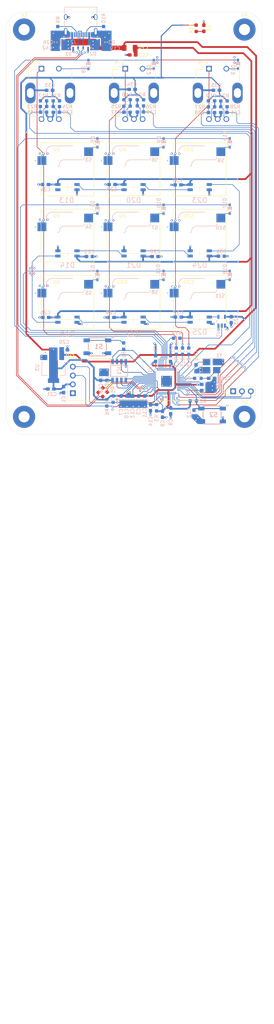
<source format=kicad_pcb>
(kicad_pcb (version 20240108) (generator "pcbnew") (generator_version "8.0")
  (layers (0 "F.Cu" signal) (1 "In1.Cu" power) (2 "In2.Cu" power) (31 "B.Cu" signal) (34 "B.Paste" user) (35 "F.Paste" user) (36 "B.SilkS" user "B.Silkscreen") (37 "F.SilkS" user "F.Silkscreen") (38 "B.Mask" user) (39 "F.Mask" user) (44 "Edge.Cuts" user))
  (net 0 "")
  (net 1 "+3V3")
  (net 2 "GND")
  (net 3 "/I2C1_SDA")
  (net 4 "/RUN")
  (net 5 "/ADC_AVDD")
  (net 6 "/XIN")
  (net 7 "Net-(C16-Pad1)")
  (net 8 "+5V")
  (net 9 "+5V_LED")
  (net 10 "/ENC0_A")
  (net 11 "/ENC1_A")
  (net 12 "/ENC2_A")
  (net 13 "/ENC0_B")
  (net 14 "/ENC1_B")
  (net 15 "/ENC2_B")
  (net 16 "/Power_Rail/USB_CON_N")
  (net 17 "/Power_Rail/USB_CON_P")
  (net 18 "Net-(D4-A)")
  (net 19 "Net-(D5-PadA)")
  (net 20 "/ROW_0")
  (net 21 "Net-(D6-PadA)")
  (net 22 "/ROW_1")
  (net 23 "/ROW_2")
  (net 24 "Net-(D7-PadA)")
  (net 25 "/ROW_3")
  (net 26 "/Switch_Matrix/ENC0_SW")
  (net 27 "Net-(D9-PadA)")
  (net 28 "Net-(D10-PadA)")
  (net 29 "Net-(D11-PadA)")
  (net 30 "/Switch_Matrix/ENC1_SW")
  (net 31 "Net-(D13-DIN)")
  (net 32 "/Switch_Matrix/LED_ROW_0")
  (net 33 "/Switch_Matrix/LED_ROW_1")
  (net 34 "unconnected-(D13-DOUT-Pad2)")
  (net 35 "/Switch_Matrix/LED_ROW_2")
  (net 36 "Net-(D14-DOUT)")
  (net 37 "Net-(D16-PadA)")
  (net 38 "Net-(D17-PadA)")
  (net 39 "Net-(D18-PadA)")
  (net 40 "/Switch_Matrix/ENC2_SW")
  (net 41 "Net-(D15-DIN)")
  (net 42 "Net-(D20-DIN)")
  (net 43 "Net-(D21-DOUT)")
  (net 44 "Net-(D22-DIN)")
  (net 45 "/QSPI_SCLK")
  (net 46 "/QSPI_SD0")
  (net 47 "/QSPI_SD2")
  (net 48 "/QSPI_SD3")
  (net 49 "/QSPI_SD1")
  (net 50 "/QSPI_CSN")
  (net 51 "/SWD")
  (net 52 "/SWCLK")
  (net 54 "Net-(J2-CC2)")
  (net 56 "Net-(J2-CC1)")
  (net 57 "/COL_0")
  (net 58 "Net-(MT1-PadA)")
  (net 59 "Net-(MT1-PadB)")
  (net 60 "/COL_1")
  (net 61 "Net-(MT2-PadB)")
  (net 62 "Net-(MT2-PadA)")
  (net 63 "Net-(MT3-PadA)")
  (net 64 "/COL_2")
  (net 65 "Net-(MT3-PadB)")
  (net 66 "Net-(R1-Pad2)")
  (net 67 "/XOUT")
  (net 68 "/USB_N")
  (net 69 "/USB_P")
  (net 70 "/LED_BUFFER")
  (net 71 "Net-(U7-A)")
  (net 73 "/VREG_VOUT")
  (net 76 "/I2C1_SCL")
  (net 86 "/Switch_Matrix/COL_0_1")
  (net 87 "/Switch_Matrix/COL_1_1")
  (net 88 "/Switch_Matrix/COL_2_1")
  (footprint "Resistor_SMD:R_1206_3216Metric_Pad1.30x1.75mm_HandSolder" (layer "F.Cu") (at 142.807 38.695 180)
    (property "Reference" "R12")
    (property "Value" "100m")
  )
  (footprint "KSZ_KiCad_Footprint_Library:CHERRY_MX1A-11NN_SWITCH" (layer "F.Cu") (at 143.95 73.62)
    (property "Reference" "U8")
    (property "Value" "MX1A-11NN")
  )
  (footprint "KSZ_KiCad_Footprint_Library:XDCR_PEC11R-4215F-S0024" (layer "F.Cu") (at 119.92 51.67)
    (property "Reference" "MT1")
    (property "Value" "PEC11R-4215F-S0024")
  )
  (footprint "KSZ_KiCad_Footprint_Library:CHERRY_MX1A-11NN_SWITCH" (layer "F.Cu") (at 124.9 111.72)
    (property "Reference" "U6")
    (property "Value" "MX1A-11NN")
  )
  (footprint "MountingHole:MountingHole_3.2mm_M3_Pad" (layer "F.Cu") (at 175.9 33.42)
    (property "Reference" "H4")
    (property "Value" "MountingHole_Pad")
  )
  (footprint "KSZ_KiCad_Footprint_Library:CHERRY_MX1A-11NN_SWITCH" (layer "F.Cu") (at 163 92.67)
    (property "Reference" "U12")
    (property "Value" "MX1A-11NN")
  )
  (footprint "KSZ_KiCad_Footprint_Library:SSD1306_128x32_Display_Module" (layer "F.Cu") (at 124.95 128.08)
    (property "Reference" "U2")
    (property "Value" "SSD1306_128x32")
  )
  (footprint "KSZ_KiCad_Footprint_Library:CHERRY_MX1A-11NN_SWITCH" (layer "F.Cu") (at 143.95 92.67)
    (property "Reference" "U9")
    (property "Value" "MX1A-11NN")
  )
  (footprint "KSZ_KiCad_Footprint_Library:CHERRY_MX1A-11NN_SWITCH" (layer "F.Cu") (at 143.95 111.72)
    (property "Reference" "U10")
    (property "Value" "MX1A-11NN")
  )
  (footprint "LED_SMD:LED_0603_1608Metric_Pad1.05x0.95mm_HandSolder" (layer "F.Cu") (at 164.1875 33.0575 -90)
    (property "Reference" "D4")
    (property "Value" "LED")
  )
  (footprint "MountingHole:MountingHole_3.2mm_M3_Pad" (layer "F.Cu") (at 112.4 144.74)
    (property "Reference" "H1")
    (property "Value" "MountingHole_Pad")
  )
  (footprint "Capacitor_SMD:C_0603_1608Metric_Pad1.08x0.95mm_HandSolder" (layer "F.Cu") (at 143.696 40.727 180)
    (property "Reference" "C22")
    (property "Value" "1uF")
  )
  (footprint "KSZ_KiCad_Footprint_Library:CHERRY_MX1A-11NN_SWITCH" (layer "F.Cu") (at 163 73.62)
    (property "Reference" "U11")
    (property "Value" "MX1A-11NN")
  )
  (footprint "Resistor_SMD:R_0603_1608Metric_Pad0.98x0.95mm_HandSolder" (layer "F.Cu") (at 134.425 137.07 -135)
    (property "Reference" "R8")
    (property "Value" "27")
  )
  (footprint "MountingHole:MountingHole_3.2mm_M3_Pad" (layer "F.Cu") (at 175.9 144.74)
    (property "Reference" "H2")
    (property "Value" "MountingHole_Pad")
  )
  (footprint "KSZ_KiCad_Footprint_Library:XDCR_PEC11R-4215F-S0024" (layer "F.Cu") (at 144.05 51.67)
    (property "Reference" "MT2")
    (property "Value" "PEC11R-4215F-S0024")
  )
  (footprint "KSZ_KiCad_Footprint_Library:XDCR_PEC11R-4215F-S0024" (layer "F.Cu") (at 168.18 51.67)
    (property "Reference" "MT3")
    (property "Value" "PEC11R-4215F-S0024")
  )
  (footprint "Connector_PinHeader_2.54mm:PinHeader_1x03_P2.54mm_Vertical" (layer "F.Cu") (at 172.645 137.395 90)
    (property "Reference" "J1")
    (property "Value" "Conn_01x03_Pin")
  )
  (footprint "Resistor_SMD:R_0603_1608Metric_Pad0.98x0.95mm_HandSolder" (layer "F.Cu") (at 161.9875 33.0575 90)
    (property "Reference" "R11")
    (property "Value" "1.5k")
  )
  (footprint "MountingHole:MountingHole_3.2mm_M3_Pad" (layer "F.Cu") (at 112.4 33.42)
    (property "Reference" "H3")
    (property "Value" "MountingHole_Pad")
  )
  (footprint "KSZ_KiCad_Footprint_Library:CHERRY_MX1A-11NN_SWITCH" (layer "F.Cu") (at 124.9 73.62)
    (property "Reference" "U4")
    (property "Value" "MX1A-11NN")
  )
  (footprint "KSZ_KiCad_Footprint_Library:CHERRY_MX1A-11NN_SWITCH" (layer "F.Cu") (at 163 111.72)
    (property "Reference" "U13")
    (property "Value" "MX1A-11NN")
  )
  (footprint "KSZ_KiCad_Footprint_Library:CHERRY_MX1A-11NN_SWITCH" (layer "F.Cu") (at 124.9 92.67)
    (property "Reference" "U5")
    (property "Value" "MX1A-11NN")
  )
  (footprint "Resistor_SMD:R_0603_1608Metric_Pad0.98x0.95mm_HandSolder" (layer "F.Cu") (at 135.7 138.295 -135)
    (property "Reference" "R7")
    (property "Value" "27")
  )
  (footprint "Capacitor_SMD:C_0603_1608Metric_Pad1.08x0.95mm_HandSolder" (layer "B.Cu") (at 150.3 128.0025 90)
    (property "Reference" "C2")
    (property "Value" "100nF")
  )
  (footprint "Capacitor_SMD:C_0603_1608Metric_Pad1.08x0.95mm_HandSolder" (layer "B.Cu") (at 161.95 130.67 -90)
    (property "Reference" "C15")
    (property "Value" "15pF")
  )
  (footprint "Capacitor_SMD:C_0603_1608Metric_Pad1.08x0.95mm_HandSolder" (layer "B.Cu") (at 134.5 133.4075 90)
    (property "Reference" "C18")
    (property "Value" "100nF")
  )
  (footprint "Capacitor_SMD:C_0603_1608Metric_Pad1.08x0.95mm_HandSolder" (layer "B.Cu") (at 167.825 50.87)
    (property "Reference" "C35")
    (property "Value" "2.2uF")
  )
  (footprint "Connector_USB:USB_C_Receptacle_HRO_TYPE-C-31-M-12" (layer "B.Cu") (at 128.71 30.88)
    (property "Reference" "J2")
    (property "Value" "USB_C_Receptacle_USB2.0_16P")
  )
  (footprint "KSZ_KiCad_Footprint_Library:SW_PG151101S11" (layer "B.Cu") (at 124.9 111.72 180)
    (property "Reference" "S5")
    (property "Value" "PG151101S11")
  )
  (footprint "Capacitor_SMD:C_0603_1608Metric_Pad1.08x0.95mm_HandSolder" (layer "B.Cu") (at 166.45 133.67)
    (property "Reference" "C16")
    (property "Value" "15pF")
  )
  (footprint "Capacitor_SMD:C_0603_1608Metric_Pad1.08x0.95mm_HandSolder" (layer "B.Cu") (at 143.75 139.62 -90)
    (property "Reference" "C13")
    (property "Value" "100nF")
  )
  (footprint "Capacitor_SMD:C_0603_1608Metric_Pad1.08x0.95mm_HandSolder" (layer "B.Cu") (at 152.275 143.995 -90)
    (property "Reference" "C8")
    (property "Value" "100nF")
  )
  (footprint "Capacitor_SMD:C_0603_1608Metric_Pad1.08x0.95mm_HandSolder" (layer "B.Cu") (at 140.35 139.62 -90)
    (property "Reference" "C7")
    (property "Value" "100nF")
  )
  (footprint "Capacitor_SMD:C_0603_1608Metric_Pad1.08x0.95mm_HandSolder" (layer "B.Cu") (at 145.4 139.62 -90)
    (property "Reference" "C3")
    (property "Value" "2.2uF")
  )
  (footprint "Resistor_SMD:R_0603_1608Metric_Pad0.98x0.95mm_HandSolder" (layer "B.Cu") (at 121.7 55.57 180)
    (property "Reference" "R24")
    (property "Value" "10k")
  )
  (footprint "Capacitor_SMD:C_0603_1608Metric_Pad1.08x0.95mm_HandSolder" (layer "B.Cu") (at 120.135 136.74 180)
    (property "Reference" "C21")
    (property "Value" "22uF")
  )
  (footprint "Resistor_SMD:R_0603_1608Metric_Pad0.98x0.95mm_HandSolder" (layer "B.Cu") (at 150.575 142.1325 -90)
    (property "Reference" "R3")
    (property "Value" "200")
  )
  (footprint "KSZ_KiCad_Footprint_Library:SOT95P280X145-5N" (layer "B.Cu") (at 169.35 117.27 90)
    (property "Reference" "U7")
    (property "Value" "SN74LV1T34DBVR")
  )
  (footprint "KSZ_KiCad_Footprint_Library:SW_PG151101S11" (layer "B.Cu") (at 124.9 73.62 180)
    (property "Reference" "S3")
    (property "Value" "PG151101S11")
  )
  (footprint "KSZ_KiCad_Footprint_Library:SW_PG151101S11" (layer "B.Cu") (at 163 92.67 180)
    (property "Reference" "S10")
    (property "Value" "PG151101S11")
  )
  (footprint "Resistor_SMD:R_0603_1608Metric_Pad0.98x0.95mm_HandSolder" (layer "B.Cu") (at 156.25 125.87 -90)
    (property "Reference" "R13")
    (property "Value" "27")
  )
  (footprint "KSZ_KiCad_Footprint_Library:SOD323" (layer "B.Cu") (at 171.636 104.1 -90)
    (property "Reference" "D18")
    (property "Value" "1N5819")
  )
  (footprint "Resistor_SMD:R_0603_1608Metric_Pad0.98x0.95mm_HandSolder" (layer "B.Cu") (at 118 53.92 180)
    (property "Reference" "R17")
    (property "Value" "10k")
  )
  (footprint "KSZ_KiCad_Footprint_Library:LED_SK6812-E" (layer "B.Cu") (at 143.95 116.82 180)
    (property "Reference" "D22")
    (property "Value" "SK6812-E")
    (fp_line (start 1.7 1.5) (end -1.7 1.5) (stroke (width 0.01)) (layer "Edge.Cuts"))
    (fp_line (start 1.7 -1.5) (end 1.7 1.5) (stroke (width 0.01)) (layer "Edge.Cuts"))
    (fp_line (start -1.7 1.5) (end -1.7 -1.5) (stroke (width 0.01)) (layer "Edge.Cuts"))
    (fp_line (start -1.7 -1.5) (end 1.7 -1.5) (stroke (width 0.01)) (layer "Edge.Cuts"))
  )
  (footprint "KSZ_KiCad_Footprint_Library:SW_PG151101S11" (layer "B.Cu") (at 163 73.62 180)
    (property "Reference" "S9")
    (property "Value" "PG151101S11")
  )
  (footprint "Capacitor_SMD:C_0603_1608Metric_Pad1.08x0.95mm_HandSolder" (layer "B.Cu") (at 118 57.17)
    (property "Reference" "C36")
    (property "Value" "0.01uF")
  )
  (footprint "Capacitor_SMD:C_0603_1608Metric_Pad1.08x0.95mm_HandSolder" (layer "B.Cu") (at 137.45 116.17)
    (property "Reference" "C29")
    (property "Value" "100nF")
  )
  (footprint "KSZ_KiCad_Footprint_Library:SOD323" (layer "B.Cu") (at 174.05 43.47 -90)
    (property "Reference" "D19")
    (property "Value" "1N5819")
  )
  (footprint "Capacitor_SMD:C_0603_1608Metric_Pad1.08x0.95mm_HandSolder" (layer "B.Cu") (at 156.85 116.07)
    (property "Reference" "C32")
    (property "Value" "100nF")
  )
  (footprint "KSZ_KiCad_Footprint_Library:DIO_PESD5V0U1BB_115" (layer "B.Cu") (at 127.25 38.695)
    (property "Reference" "D1")
    (property "Value" "PESD5V0U1BB_115")
  )
  (footprint "KSZ_KiCad_Footprint_Library:SOT229P700X180-4N" (layer "B.Cu") (at 120.885 130.99 -90)
    (property "Reference" "U3")
    (property "Value" "AMS1117")
  )
  (footprint "Capacitor_SMD:C_0603_1608Metric_Pad1.08x0.95mm_HandSolder" (layer "B.Cu") (at 119.75 50.895)
    (property "Reference" "C33")
    (property "Value" "2.2uF")
  )
  (footprint "Resistor_SMD:R_0603_1608Metric_Pad0.98x0.95mm_HandSolder" (layer "B.Cu") (at 142.075 53.595 180)
    (property "Reference" "R18")
    (property "Value" "10k")
  )
  (footprint "Resistor_SMD:R_0603_1608Metric_Pad0.98x0.95mm_HandSolder" (layer "B.Cu") (at 170 53.945)
    (property "Reference" "R22")
    (property "Value" "10k")
  )
  (footprint "Resistor_SMD:R_0603_1608Metric_Pad0.98x0.95mm_HandSolder" (layer "B.Cu") (at 162.45 133.67 180)
    (property "Reference" "R4")
    (property "Value" "1k")
  )
  (footprint "Resistor_SMD:R_0603_1608Metric_Pad0.98x0.95mm_HandSolder" (layer "B.Cu") (at 145.925 53.62)
    (property "Reference" "R21")
    (property "Value" "10k")
  )
  (footprint "Crystal:Crystal_SMD_3225-4Pin_3.2x2.5mm_HandSoldering" (layer "B.Cu") (at 166.45 130.17)
    (property "Reference" "Y1")
    (property "Value" "ABM8-272-T3 12MHz")
  )
  (footprint "KSZ_KiCad_Footprint_Library:LED_SK6812-E" (layer "B.Cu") (at 124.9 78.72 180)
    (property "Reference" "D13")
    (property "Value" "SK6812-E")
    (fp_line (start 1.7 1.5) (end -1.7 1.5) (stroke (width 0.01)) (layer "Edge.Cuts"))
    (fp_line (start 1.7 -1.5) (end 1.7 1.5) (stroke (width 0.01)) (layer "Edge.Cuts"))
    (fp_line (start -1.7 1.5) (end -1.7 -1.5) (stroke (width 0.01)) (layer "Edge.Cuts"))
    (fp_line (start -1.7 -1.5) (end 1.7 -1.5) (stroke (width 0.01)) (layer "Edge.Cuts"))
  )
  (footprint "Capacitor_SMD:C_0603_1608Metric_Pad1.08x0.95mm_HandSolder" (layer "B.Cu") (at 169.975 57.27)
    (property "Reference" "C41")
    (property "Value" "0.01uF")
  )
  (footprint "KSZ_KiCad_Footprint_Library:LED_SK6812-E" (layer "B.Cu") (at 163 116.82 180)
    (property "Reference" "D25")
    (property "Value" "SK6812-E")
    (fp_line (start 1.7 1.5) (end -1.7 1.5) (stroke (width 0.01)) (layer "Edge.Cuts"))
    (fp_line (start 1.7 -1.5) (end 1.7 1.5) (stroke (width 0.01)) (layer "Edge.Cuts"))
    (fp_line (start -1.7 1.5) (end -1.7 -1.5) (stroke (width 0.01)) (layer "Edge.Cuts"))
    (fp_line (start -1.7 -1.5) (end 1.7 -1.5) (stroke (width 0.01)) (layer "Edge.Cuts"))
  )
  (footprint "Capacitor_SMD:C_0603_1608Metric_Pad1.08x0.95mm_HandSolder" (layer "B.Cu") (at 154.59 128.0025 90)
    (property "Reference" "C4")
    (property "Value" "100nF")
  )
  (footprint "KSZ_KiCad_Footprint_Library:SOD323" (layer "B.Cu") (at 130.95 43.47 -90)
    (property "Reference" "D8")
    (property "Value" "1N5819")
  )
  (footprint "Resistor_SMD:R_0603_1608Metric_Pad0.98x0.95mm_HandSolder" (layer "B.Cu") (at 118 55.545)
    (property "Reference" "R23")
    (property "Value" "10k")
  )
  (footprint "KSZ_KiCad_Footprint_Library:SOD323" (layer "B.Cu") (at 133.536 66 -90)
    (property "Reference" "D5")
    (property "Value" "1N5819")
  )
  (footprint "KSZ_KiCad_Footprint_Library:LED_SK6812-E" (layer "B.Cu") (at 124.9 97.77)
    (property "Reference" "D14")
    (property "Value" "SK6812-E")
    (fp_line (start -1.7 -1.5) (end 1.7 -1.5) (stroke (width 0.01)) (layer "Edge.Cuts"))
    (fp_line (start -1.7 1.5) (end -1.7 -1.5) (stroke (width 0.01)) (layer "Edge.Cuts"))
    (fp_line (start 1.7 -1.5) (end 1.7 1.5) (stroke (width 0.01)) (layer "Edge.Cuts"))
    (fp_line (start 1.7 1.5) (end -1.7 1.5) (stroke (width 0.01)) (layer "Edge.Cuts"))
  )
  (footprint "KSZ_KiCad_Footprint_Library:DIO_PESD5V0U1BB_115" (layer "B.Cu") (at 123.35 37.07)
    (property "Reference" "D26")
    (property "Value" "PESD5V0U1BB_115")
  )
  (footprint "Capacitor_SMD:C_0603_1608Metric_Pad1.08x0.95mm_HandSolder" (layer "B.Cu") (at 118.65 116.17)
    (property "Reference" "C26")
    (property "Value" "100nF")
  )
  (footprint "Capacitor_SMD:C_0603_1608Metric_Pad1.08x0.95mm_HandSolder" (layer "B.Cu") (at 147.15 139.62 -90)
    (property "Reference" "C11")
    (property "Value" "2.2uF")
  )
  (footprint "Resistor_SMD:R_0603_1608Metric_Pad0.98x0.95mm_HandSolder" (layer "B.Cu") (at 169.975 55.6075 180)
    (property "Reference" "R28")
    (property "Value" "10k")
  )
  (footprint "Resistor_SMD:R_0603_1608Metric_Pad0.98x0.95mm_HandSolder" (layer "B.Cu") (at 141.1 124.42 90)
    (property "Reference" "R1")
    (property "Value" "1k")
  )
  (footprint "Resistor_SMD:R_0603_1608Metric_Pad0.98x0.95mm_HandSolder" (layer "B.Cu") (at 121.7 53.92)
    (property "Reference" "R20")
    (property "Value" "10k")
  )
  (footprint "Resistor_SMD:R_0603_1608Metric_Pad0.98x0.95mm_HandSolder" (layer "B.Cu") (at 159.85 125.87 -90)
    (property "Reference" "R16")
    (property "Value" "27")
  )
  (footprint "KSZ_KiCad_Footprint_Library:LED_SK6812-E" (layer "B.Cu") (at 163 78.72 180)
    (property "Reference" "D23")
    (property "Value" "SK6812-E")
    (fp_line (start 1.7 1.5) (end -1.7 1.5) (stroke (width 0.01)) (layer "Edge.Cuts"))
    (fp_line (start 1.7 -1.5) (end 1.7 1.5) (stroke (width 0.01)) (layer "Edge.Cuts"))
    (fp_line (start -1.7 1.5) (end -1.7 -1.5) (stroke (width 0.01)) (layer "Edge.Cuts"))
    (fp_line (start -1.7 -1.5) (end 1.7 -1.5) (stroke (width 0.01)) (layer "Edge.Cuts"))
  )
  (footprint "KSZ_KiCad_Footprint_Library:LED_SK6812-E" (layer "B.Cu") (at 124.9 116.82 180)
    (property "Reference" "D15")
    (property "Value" "SK6812-E")
    (fp_line (start 1.7 1.5) (end -1.7 1.5) (stroke (width 0.01)) (layer "Edge.Cuts"))
    (fp_line (start 1.7 -1.5) (end 1.7 1.5) (stroke (width 0.01)) (layer "Edge.Cuts"))
    (fp_line (start -1.7 1.5) (end -1.7 -1.5) (stroke (width 0.01)) (layer "Edge.Cuts"))
    (fp_line (start -1.7 -1.5) (end 1.7 -1.5) (stroke (width 0.01)) (layer "Edge.Cuts"))
  )
  (footprint "Capacitor_SMD:C_0603_1608Metric_Pad1.08x0.95mm_HandSolder" (layer "B.Cu") (at 124.035 125.501)
    (property "Reference" "C20")
    (property "Value" "22uF")
  )
  (footprint "Capacitor_SMD:C_0603_1608Metric_Pad1.08x0.95mm_HandSolder" (layer "B.Cu") (at 150.15 98.67 180)
    (property "Reference" "C28")
    (property "Value" "100nF")
  )
  (footprint "Capacitor_SMD:C_0603_1608Metric_Pad1.08x0.95mm_HandSolder" (layer "B.Cu") (at 164.45 137.17)
    (property "Reference" "C5")
    (property "Value" "100nF")
  )
  (footprint "KSZ_KiCad_Footprint_Library:SKQGAKE010" (layer "B.Cu") (at 133.525 124.62 180)
    (property "Reference" "S1")
    (property "Value" "SKQGAKE010" (hide yes))
  )
  (footprint "Capacitor_SMD:C_0603_1608Metric_Pad1.08x0.95mm_HandSolder" (layer "B.Cu") (at 148.825 142.1325 -90)
    (property "Reference" "C14")
    (property "Value" "2.2uF")
  )
  (footprint "KSZ_KiCad_Footprint_Library:SOIC127P600X175-8N" (layer "B.Cu") (at 139.8 131.52 -90)
    (property "Reference" "IC1")
    (property "Value" "W25Q16JVSNIQ")
  )
  (footprint "Capacitor_SMD:C_0603_1608Metric_Pad1.08x0.95mm_HandSolder" (layer "B.Cu") (at 136.3 133.4075 90)
    (property "Reference" "C17")
    (property "Value" "2.2uF")
  )
  (footprint "Resistor_SMD:R_0603_1608Metric_Pad0.98x0.95mm_HandSolder" (layer "B.Cu") (at 156.396 122.134 180)
    (property "Reference" "R14")
    (property "Value" "27")
  )
  (footprint "KSZ_KiCad_Footprint_Library:SOD323" (layer "B.Cu") (at 149.75 43.47 -90)
    (property "Reference" "D12")
    (property "Value" "1N5819")
  )
  (footprint "Capacitor_SMD:C_0603_1608Metric_Pad1.08x0.95mm_HandSolder" (layer "B.Cu") (at 137.75 77.97)
    (property "Reference" "C27")
    (property "Value" "100nF")
  )
  (footprint "Resistor_SMD:R_0603_1608Metric_Pad0.98x0.95mm_HandSolder" (layer "B.Cu") (at 135.314 33.47 -90)
    (property "Reference" "R10")
    (property "Value" "5.1k")
  )
  (footprint "KSZ_KiCad_Footprint_Library:SW_PG151101S11" (layer "B.Cu") (at 143.95 111.72 180)
    (property "Reference" "S8")
    (property "Value" "PG151101S11")
  )
  (footprint "Resistor_SMD:R_0603_1608Metric_Pad0.98x0.95mm_HandSolder" (layer "B.Cu") (at 145.925 55.37 180)
    (property "Reference" "R26")
    (property "Value" "10k")
  )
  (footprint "KSZ_KiCad_Footprint_Library:LED_SK6812-E" (layer "B.Cu") (at 143.95 78.72 180)
    (property "Reference" "D20")
    (property "Value" "SK6812-E")
    (fp_line (start 1.7 1.5) (end -1.7 1.5) (stroke (width 0.01)) (layer "Edge.Cuts"))
    (fp_line (start 1.7 -1.5) (end 1.7 1.5) (stroke (width 0.01)) (layer "Edge.Cuts"))
    (fp_line (start -1.7 1.5) (end -1.7 -1.5) (stroke (width 0.01)) (layer "Edge.Cuts"))
    (fp_line (start -1.7 -1.5) (end 1.7 -1.5) (stroke (width 0.01)) (layer "Edge.Cuts"))
  )
  (footprint "KSZ_KiCad_Footprint_Library:SOD323" (layer "B.Cu") (at 133.536 85.05 -90)
    (property "Reference" "D6")
    (property "Value" "1N5819")
  )
  (footprint "Capacitor_SMD:C_0603_1608Metric_Pad1.08x0.95mm_HandSolder" (layer "B.Cu") (at 143.525 50.62)
    (property "Reference" "C34")
    (property "Value" "2.2uF")
  )
  (footprint "KSZ_KiCad_Footprint_Library:DIO_PESD5V0U1BB_115" (layer "B.Cu") (at 130.15 38.695 180)
    (property "Reference" "D2")
    (property "Value" "PESD5V0U1BB_115")
  )
  (footprint "KSZ_KiCad_Footprint_Library:SW_PG151101S11" (layer "B.Cu") (at 163 111.72 180)
    (property "Reference" "S11")
    (property "Value" "PG151101S11")
  )
  (footprint "KSZ_KiCad_Footprint_Library:SW_PG151101S11" (layer "B.Cu") (at 143.95 92.67 180)
    (property "Reference" "S7")
    (property "Value" "PG151101S11")
  )
  (footprint "Capacitor_SMD:C_0603_1608Metric_Pad1.08x0.95mm_HandSolder" (layer "B.Cu") (at 118.55 77.97)
    (property "Reference" "C24")
    (property "Value" "100nF")
  )
  (footprint "KSZ_KiCad_Footprint_Library:LED_SK6812-E" (layer "B.Cu") (at 163 97.77)
    (property "Reference" "D24")
    (property "Value" "SK6812-E")
    (fp_line (start -1.7 -1.5) (end 1.7 -1.5) (stroke (width 0.01)) (layer "Edge.Cuts"))
    (fp_line (start -1.7 1.5) (end -1.7 -1.5) (stroke (width 0.01)) (layer "Edge.Cuts"))
    (fp_line (start 1.7 -1.5) (end 1.7 1.5) (stroke (width 0.01)) (layer "Edge.Cuts"))
    (fp_line (start 1.7 1.5) (end -1.7 1.5) (stroke (width 0.01)) (layer "Edge.Cuts"))
  )
  (footprint "Capacitor_SMD:C_0603_1608Metric_Pad1.08x0.95mm_HandSolder" (layer "B.Cu") (at 166.4 57.295)
    (property "Reference" "C38")
    (property "Value" "0.01uF")
  )
  (footprint "KSZ_KiCad_Footprint_Library:DIO_PESD5V0U1BB_115" (layer "B.Cu") (at 134.15 37.07 180)
    (property "Reference" "D3")
    (property "Value" "PESD5V0U1BB_115")
  )
  (footprint "KSZ_KiCad_Footprint_Library:QFN40P700X700X90-57N" (layer "B.Cu") (at 153.45 134.52 -90)
    (property "Reference" "U1")
    (property "Value" "RP2040")
  )
  (footprint "Capacitor_SMD:C_0603_1608Metric_Pad1.08x0.95mm_HandSolder" (layer "B.Cu") (at 154.65 143.0325 -90)
    (property "Reference" "C9")
    (property "Value" "100nF")
  )
  (footprint "KSZ_KiCad_Footprint_Library:SOD323" (layer "B.Cu") (at 152.586 104.1 -90)
    (property "Reference" "D11")
    (property "Value" "1N5819")
  )
  (footprint "Capacitor_SMD:C_0603_1608Metric_Pad1.08x0.95mm_HandSolder" (layer "B.Cu") (at 121.7 57.195)
    (property "Reference" "C39")
    (property "Value" "0.01uF")
  )
  (footprint "Capacitor_SMD:C_0603_1608Metric_Pad1.08x0.95mm_HandSolder" (layer "B.Cu") (at 123.8 136.92 90)
    (property "Reference" "C1")
    (property "Value" "100nF")
  )
  (footprint "KSZ_KiCad_Footprint_Library:SOD323" (layer "B.Cu") (at 171.636 66 -90)
    (property "Reference" "D16")
    (property "Value" "1N5819")
  )
  (footprint "Resistor_SMD:R_0603_1608Metric_Pad0.98x0.95mm_HandSolder" (layer "B.Cu") (at 136.25 140.7325 -90)
    (property "Reference" "R6")
    (property "Value" "4.7k")
  )
  (footprint "KSZ_KiCad_Footprint_Library:SKQGAKE010" (layer "B.Cu") (at 166.575 144.22 180)
    (property "Reference" "S2")
    (property "Value" "SKQGAKE010" (hide yes))
  )
  (footprint "Capacitor_SMD:C_0603_1608Metric_Pad1.08x0.95mm_HandSolder" (layer "B.Cu") (at 122.85 38.67 180)
    (property "Reference" "C42")
    (property "Value" "1uF")
  )
  (footprint "KSZ_KiCad_Footprint_Library:SOD323" (layer "B.Cu") (at 133.536 104.1 -90)
    (property "Reference" "D7")
    (property "Value" "1N5819")
  )
  (footprint "Resistor_SMD:R_0603_1608Metric_Pad0.98x0.95mm_HandSolder" (layer "B.Cu") (at 138.05 139.645 -90)
    (property "Reference" "R5")
    (property "Value" "4.7k")
  )
  (footprint "Capacitor_SMD:C_0603_1608Metric_Pad1.08x0.95mm_HandSolder" (layer "B.Cu") (at 164.45 135.42)
    (property "Reference" "C6")
    (property "Value" "100nF")
  )
  (footprint "Resistor_SMD:R_0603_1608Metric_Pad0.98x0.95mm_HandSolder" (layer "B.Cu") (at 122.106 33.47 -90)
    (property "Reference" "R9")
    (property "Value" "5.1k")
  )
  (footprint "Resistor_SMD:R_0603_1608Metric_Pad0.98x0.95mm_HandSolder" (layer "B.Cu") (at 142.05 55.445)
    (property "Reference" "R25")
    (property "Value" "10k")
  )
  (footprint "Capacitor_SMD:C_0603_1608Metric_Pad1.08x0.95mm_HandSolder" (layer "B.Cu") (at 172.075 116.8425 90)
    (property "Reference" "C23")
    (property "Value" "100nF")
  )
  (footprint "KSZ_KiCad_Footprint_Library:LED_SK6812-E" (layer "B.Cu") (at 143.95 97.77)
    (property "Reference" "D21")
    (property "Value" "SK6812-E")
    (fp_line (start -1.7 -1.5) (end 1.7 -1.5) (stroke (width 0.01)) (layer "Edge.Cuts"))
    (fp_line (start -1.7 1.5) (end -1.7 -1.5) (stroke (width 0.01)) (layer "Edge.Cuts"))
    (fp_line (start 1.7 -1.5) (end 1.7 1.5) (stroke (width 0.01)) (layer "Edge.Cuts"))
    (fp_line (start 1.7 1.5) (end -1.7 1.5) (stroke (width 0.01)) (layer "Edge.Cuts"))
  )
  (footprint "Resistor_SMD:R_0603_1608Metric_Pad0.98x0.95mm_HandSolder" (layer "B.Cu") (at 166.4 55.645)
    (property "Reference" "R27")
    (property "Value" "10k")
  )
  (footprint "Capacitor_SMD:C_0603_1608Metric_Pad1.08x0.95mm_HandSolder" (layer "B.Cu") (at 142.05 139.62 -90)
    (property "Reference" "C10")
    (property "Value" "100nF")
  )
  (footprint "Capacitor_SMD:C_0603_1608Metric_Pad1.08x0.95mm_HandSolder" (layer "B.Cu") (at 169.25 98.57 180)
    (property "Reference" "C31")
    (property "Value" "100nF")
  )
  (footprint "KSZ_KiCad_Footprint_Library:SOD323" (layer "B.Cu") (at 152.586 66 -90)
    (property "Reference" "D9")
    (property "Value" "1N5819")
  )
  (footprint "KSZ_KiCad_Footprint_Library:SOD323" (layer "B.Cu") (at 152.586 85.07 -90)
    (property "Reference" "D10")
    (property "Value" "1N5819")
  )
  (footprint "Resistor_SMD:R_0603_1608Metric_Pad0.98x0.95mm_HandSolder" (layer "B.Cu") (at 158.05 125.87 -90)
    (property "Reference" "R15")
    (property "Value" "27")
  )
  (footprint "KSZ_KiCad_Footprint_Library:SW_PG151101S11" (layer "B.Cu") (at 143.95 73.62 180)
    (property "Reference" "S6")
    (property "Value" "PG151101S11")
  )
  (footprint "Capacitor_SMD:C_0603_1608Metric_Pad1.08x0.95mm_HandSolder" (layer "B.Cu") (at 131.25 98.67 180)
    (property "Reference" "C25")
    (property "Value" "100nF")
  )
  (footprint "Capacitor_SMD:C_0603_1608Metric_Pad1.08x0.95mm_HandSolder" (layer "B.Cu") (at 145.925 57.12)
    (property "Reference" "C40")
    (property "Value" "0.01uF")
  )
  (footprint "Capacitor_SMD:C_0603_1608Metric_Pad1.08x0.95mm_HandSolder" (layer "B.Cu") (at 161.35 143.67 -90)
    (property "Reference" "C12")
    (property "Value" "100nF")
  )
  (footprint "KSZ_KiCad_Footprint_Library:SOD323" (layer "B.Cu") (at 171.636 85.05 -90)
    (property "Reference" "D17")
    (property "Value" "1N5819")
  )
  (footprint "Capacitor_SMD:C_0603_1608Metric_Pad1.08x0.95mm_HandSolder" (layer "B.Cu") (at 156.75 78.07)
    (property "Reference" "C30")
    (property "Value" "100nF")
  )
  (footprint "Capacitor_SMD:C_0603_1608Metric_Pad1.08x0.95mm_HandSolder" (layer "B.Cu") (at 134.6 38.77)
    (property "Reference" "C19")
    (property "Value" "1uF")
  )
  (footprint "Capacitor_SMD:C_0603_1608Metric_Pad1.08x0.95mm_HandSolder" (layer "B.Cu") (at 142.075 57.195)
    (property "Reference" "C37")
    (property "Value" "0.01uF")
  )
  (footprint "KSZ_KiCad_Footprint_Library:SW_PG151101S11" (layer "B.Cu") (at 124.9 92.67 180)
    (property "Reference" "S4")
    (property "Value" "PG151101S11")
  )
  (footprint "Resistor_SMD:R_0603_1608Metric_Pad0.98x0.95mm_HandSolder" (layer "B.Cu") (at 161.15 140.17 180)
    (property "Reference" "R2")
    (property "Value" "10k")
  )
  (footprint "Resistor_SMD:R_0603_1608Metric_Pad0.98x0.95mm_HandSolder" (layer "B.Cu") (at 166.4 53.92 180)
    (property "Reference" "R19")
    (property "Value" "10k")
  )
  (gr_line (start 107.32 144.74) (end 107.32 33.42) (stroke (width 0.05)) (layer "Edge.Cuts"))
  (gr_arc (start 112.4 149.82) (mid 108.807898 148.332102) (end 107.32 144.74) (stroke (width 0.05)) (layer "Edge.Cuts"))
  (gr_line (start 112.4 149.82) (end 175.9 149.82) (stroke (width 0.05)) (layer "Edge.Cuts"))
  (gr_line (start 112.4 28.34) (end 175.9 28.34) (stroke (width 0.05)) (layer "Edge.Cuts"))
  (gr_arc (start 180.98 144.74) (mid 179.492102 148.332102) (end 175.9 149.82) (stroke (width 0.05)) (layer "Edge.Cuts"))
  (gr_line (start 180.98 33.42) (end 180.98 144.74) (stroke (width 0.05)) (layer "Edge.Cuts"))
  (gr_arc (start 107.32 33.42) (mid 108.807898 29.827898) (end 112.4 28.34) (stroke (width 0.05)) (layer "Edge.Cuts"))
  (gr_arc (start 175.9 28.34) (mid 179.492102 29.827898) (end 180.98 33.42) (stroke (width 0.05)) (layer "Edge.Cuts"))
  (segment (start 149.3 138.72) (end 150.975 137.045) (width 0.5) (layer "F.Cu") (net 1))
  (segment (start 141.575 138.72) (end 141.875 138.72) (width 0.5) (layer "F.Cu") (net 1))
  (segment (start 155.275 137.045) (end 155.975 136.345) (width 0.5) (layer "F.Cu") (net 1))
  (segment (start 153.85 137.045) (end 154 137.195) (width 0.5) (layer "F.Cu") (net 1))
  (segment (start 113.05 120.87) (end 113.05 62.945) (width 0.5) (layer "F.Cu") (net 1))
  (segment (start 150.975 137.045) (end 153.85 137.045) (width 0.5) (layer "F.Cu") (net 1))
  (segment (start 141.875 138.72) (end 142.9 137.695) (width 0.5) (layer "F.Cu") (net 1))
  (segment (start 155.975 136.345) (end 155.975 135.495) (width 0.5) (layer "F.Cu") (net 1))
  (segment (start 149.6 130.02) (end 149.2 129.62) (width 0.5) (layer "F.Cu") (net 1))
  (segment (start 154 137.195) (end 154 141.4075) (width 0.5) (layer "F.Cu") (net 1))
  (segment (start 148.2 138.72) (end 149.3 138.72) (width 0.5) (layer "F.Cu") (net 1))
  (segment (start 154 141.4075) (end 153.2375 142.17) (width 0.5) (layer "F.Cu") (net 1))
  (segment (start 155.975 130.995) (end 155 130.02) (width 0.5) (layer "F.Cu") (net 1))
  (segment (start 153.85 137.045) (end 155.275 137.045) (width 0.5) (layer "F.Cu") (net 1))
  (segment (start 155 130.02) (end 149.6 130.02) (width 0.5) (layer "F.Cu") (net 1))
  (segment (start 141.575 138.72) (end 148.2 138.72) (width 0.5) (layer "F.Cu") (net 1))
  (segment (start 120.85 125.42) (end 117.6 125.42) (width 0.5) (layer "F.Cu") (net 1))
  (segment (start 157.875 32.145) (end 161.9875 32.145) (width 0.2) (layer "F.Cu") (net 1))
  (segment (start 117.6 125.42) (end 113.05 120.87) (width 0.5) (layer "F.Cu") (net 1))
  (segment (start 139.125 138.72) (end 141.575 138.72) (width 0.5) (layer "F.Cu") (net 1))
  (segment (start 157.85 32.17) (end 157.875 32.145) (width 0.2) (layer "F.Cu") (net 1))
  (segment (start 155.975 135.495) (end 155.975 130.995) (width 0.5) (layer "F.Cu") (net 1))
  (segment (start 155.975 135.495) (end 162.3 135.495) (width 0.5) (layer "F.Cu") (net 1))
  (via (at 157.85 32.17) (size 0.6) (drill 0.3) (layers "F.Cu" "B.Cu") (net 1))
  (via (at 120.85 125.42) (size 0.6) (drill 0.3) (layers "F.Cu" "B.Cu") (net 1))
  (via (at 162.3 135.495) (size 0.6) (drill 0.3) (layers "F.Cu" "B.Cu") (net 1))
  (via (at 148.2 138.72) (size 0.6) (drill 0.3) (layers "F.Cu" "B.Cu") (net 1))
  (via (at 142.9 137.695) (size 0.6) (drill 0.3) (layers "F.Cu" "B.Cu") (net 1))
  (via (at 149.2 129.62) (size 0.6) (drill 0.3) (layers "F.Cu" "B.Cu") (net 1))
  (via (at 153.2375 142.17) (size 0.6) (drill 0.3) (layers "F.Cu" "B.Cu") (net 1))
  (via (at 113.05 62.945) (size 0.6) (drill 0.3) (layers "F.Cu" "B.Cu") (net 1))
  (via (at 139.125 138.72) (size 0.6) (drill 0.3) (layers "F.Cu" "B.Cu") (net 1))
  (via (at 155 130.02) (size 0.6) (drill 0.3) (layers "F.Cu" "B.Cu") (net 1))
  (segment (start 143.75 138.7575) (end 143.75 137.92) (width 0.2) (layer "B.Cu") (net 1))
  (segment (start 119.725 47.27) (end 143.65 47.27) (width 0.5) (layer "B.Cu") (net 1))
  (segment (start 151.925 35.295) (end 155.05 32.17) (width 0.3) (layer "B.Cu") (net 1))
  (segment (start 148.85 137.695) (end 149.295 137.25) (width 0.2) (layer "B.Cu") (net 1))
  (segment (start 132.5 133.27) (end 133.5 134.27) (width 0.5) (layer "B.Cu") (net 1))
  (segment (start 147.1875 138.72) (end 147.15 138.7575) (width 0.5) (layer "B.Cu") (net 1))
  (segment (start 168.6875 49.5325) (end 168.6875 50.87) (width 0.3) (layer "B.Cu") (net 1))
  (segment (start 143.75 136.92) (end 145.55 135.12) (width 0.2) (layer "B.Cu") (net 1))
  (segment (start 133.5 134.27) (end 134.5 134.27) (width 0.5) (layer "B.Cu") (net 1))
  (segment (start 133.7 139.82) (end 136.25 139.82) (width 0.5) (layer "B.Cu") (net 1))
  (segment (start 147.15 138.7575) (end 148.2125 137.695) (width 0.2) (layer "B.Cu") (net 1))
  (segment (start 150.3 130.535) (end 150.3 128.865) (width 0.16) (layer "B.Cu") (net 1))
  (segment (start 149.484688 136.72) (end 150.015 136.72) (width 0.2) (layer "B.Cu") (net 1))
  (segment (start 142.9 137.695) (end 142.9 139.02) (width 0.5) (layer "B.Cu") (net 1))
  (segment (start 130.96 129.03) (end 132.5 130.57) (width 0.5) (layer "B.Cu") (net 1))
  (segment (start 150.85 131.085) (end 150.3 130.535) (width 0.16) (layer "B.Cu") (net 1))
  (segment (start 137.857 134.27) (end 137.895 134.232) (width 0.5) (layer "B.Cu") (net 1))
  (segment (start 143.65 47.27) (end 151.925 47.27) (width 0.5) (layer "B.Cu") (net 1))
  (segment (start 118.2875 52.72) (end 121.075 52.72) (width 0.3) (layer "B.Cu") (net 1))
  (segment (start 168.6875 52.1075) (end 169.15 52.57) (width 0.3) (layer "B.Cu") (net 1))
  (segment (start 154.65 142.17) (end 154.45 141.97) (width 0.2) (layer "B.Cu") (net 1))
  (segment (start 169.5375 52.57) (end 170.9125 53.945) (width 0.3) (layer "B.Cu") (net 1))
  (segment (start 163.5875 135.42) (end 162.8875 134.72) (width 0.2) (layer "B.Cu") (net 1))
  (segment (start 120.6125 48.1575) (end 120.6125 50.895) (width 0.3) (layer "B.Cu") (net 1))
  (segment (start 166.8375 52.57) (end 169.15 52.57) (width 0.3) (layer "B.Cu") (net 1))
  (segment (start 142.05 138.7575) (end 142.05 137.610686) (width 0.2) (layer "B.Cu") (net 1))
  (segment (start 154.9 142.42) (end 159.55 142.42) (width 0.5) (layer "B.Cu") (net 1))
  (segment (start 168.6875 50.87) (end 168.6875 52.1075) (width 0.3) (layer "B.Cu") (net 1))
  (segment (start 166.425 47.27) (end 168.6875 49.5325) (width 0.3) (layer "B.Cu") (net 1))
  (segment (start 124.4475 135.41) (end 126.45 135.41) (width 0.5) (layer "B.Cu") (net 1))
  (segment (start 152.34375 143.06375) (end 152.34375 141.51375) (width 0.2) (layer "B.Cu") (net 1))
  (segment (start 154.45 129.005) (end 154.45 131.085) (width 0.2) (layer "B.Cu") (net 1))
  (segment (start 152.275 143.1325) (end 152.34375 143.06375) (width 0.2) (layer "B.Cu") (net 1))
  (segment (start 153.2375 142.17) (end 152.275 143.1325) (width 0.5) (layer "B.Cu") (net 1))
  (segment (start 142.5375 52.22) (end 141.1625 53.595) (width 0.3) (layer "B.Cu") (net 1))
  (segment (start 150.575 143.045) (end 150.95 143.045) (width 0.2) (layer "B.Cu") (net 1))
  (segment (start 151.925 47.27) (end 152.45 47.27) (width 0.5) (layer "B.Cu") (net 1))
  (segment (start 121.4125 52.72) (end 122.6125 53.92) (width 0.3) (layer "B.Cu") (net 1))
  (segment (start 113.05 62.945) (end 113.05 57.57) (width 0.5) (layer "B.Cu") (net 1))
  (segment (start 145.55 135.12) (end 150.015 135.12) (width 0.2) (layer "B.Cu") (net 1))
  (segment (start 125.65 128.37) (end 123.2 130.82) (width 0.5) (layer "B.Cu") (net 1))
  (segment (start 145.1 52.22) (end 142.5375 52.22) (width 0.3) (layer "B.Cu") (net 1))
  (segment (start 136.338 134.232) (end 136.3 134.27) (width 0.2) (layer "B.Cu") (net 1))
  (segment (start 142.05 137.610686) (end 144.940686 134.72) (width 0.2) (layer "B.Cu") (net 1))
  (segment (start 150.575 139.745) (end 150.575 138.23) (width 0.2) (layer "B.Cu") (net 1))
  (segment (start 113.05 47.27) (end 119.725 47.27) (width 0.5) (layer "B.Cu") (net 1))
  (segment (start 149.955 128.865) (end 150.3 128.865) (width 0.5) (layer "B.Cu") (net 1))
  (segment (start 141.1375 53.57) (end 141.1625 53.595) (width 0.2) (layer "B.Cu") (net 1))
  (segment (start 132.5 138.62) (end 133.7 139.82) (width 0.5) (layer "B.Cu") (net 1))
  (segment (start 148.2 138.72) (end 147.1875 138.72) (width 0.5) (layer "B.Cu") (net 1))
  (segment (start 137.3375 138.7325) (end 138.05 138.7325) (width 0.5) (layer "B.Cu") (net 1))
  (segment (start 144.3875 50.62) (end 144.3875 51.5075) (width 0.3) (layer "B.Cu") (net 1))
  (segment (start 149.295 137.25) (end 149.295 136.909688) (width 0.2) (layer "B.Cu") (net 1))
  (segment (start 160.2375 141.7325) (end 160.2375 140.17) (width 0.5) (layer "B.Cu") (net 1))
  (segment (start 120.9975 136.74) (end 123.1175 136.74) (width 0.5) (layer "B.Cu") (net 1))
  (segment (start 120.885 134.335) (end 120.885 136.6275) (width 0.5) (layer "B.Cu") (net 1))
  (segment (start 143.65 47.27) (end 144.3875 48.0075) (width 0.3) (layer "B.Cu") (net 1))
  (segment (start 130.3 128.37) (end 125.65 128.37) (width 0.5) (layer "B.Cu") (net 1))
  (segment (start 144.940686 134.72) (end 150.015 134.72) (width 0.2) (layer "B.Cu") (net 1))
  (segment (start 162.8875 134.72) (end 156.885 134.72) (width 0.2) (layer "B.Cu") (net 1))
  (segment (start 145.4375 52.22) (end 145.1 52.22) (width 0.3) (layer "B.Cu") (net 1))
  (segment (start 165.4875 53.92) (end 166.8375 52.57) (width 0.3) (layer "B.Cu") (net 1))
  (segment (start 136.3 134.27) (end 137.857 134.27) (width 0.5) (layer "B.Cu") (net 1))
  (segment (start 144.3875 51.5075) (end 145.1 52.22) (width 0.3) (layer "B.Cu") (net 1))
  (segment (start 154.65 142.17) (end 154.9 142.42) (width 0.5) (layer "B.Cu") (net 1))
  (segment (start 169.15 52.57) (end 169.5375 52.57) (width 0.3) (layer "B.Cu") (net 1))
  (segment (start 121.075 52.72) (end 121.4125 52.72) (width 0.3) (layer "B.Cu") (net 1))
  (segment (start 154.59 128.865) (end 154.45 129.005) (width 0.2) (layer "B.Cu") (net 1))
  (segment (start 149.2 129.62) (end 149.955 128.865) (width 0.5) (layer "B.Cu") (net 1))
  (segment (start 132.5 130.57) (end 132.5 133.27) (width 0.5) (layer "B.Cu") (net 1))
  (segment (start 155 129.275) (end 154.59 128.865) (width 0.5) (layer "B.Cu") (net 1))
  (segment (start 138.05 138.7325) (end 139.1125 138.7325) (width 0.5) (layer "B.Cu") (net 1))
  (segment (start 130.96 129.03) (end 130.3 128.37) (width 0.5) (layer "B.Cu") (net 1))
  (segment (start 155 130.02) (end 155 129.275) (width 0.5) (layer "B.Cu") (net 1))
  (segment (start 119.725 47.27) (end 120.6125 48.1575) (width 0.3) (layer "B.Cu") (net 1))
  (segment (start 134.5 134.27) (end 136.3 134.27) (width 0.5) (layer "B.Cu") (net 1))
  (segment (start 150.6625 143.1325) (end 150.575 143.045) (width 0.5) (layer "B.Cu") (net 1))
  (segment (start 113.05 57.57) (end 111.55 56.07) (width 0.5) (layer "B.Cu") (net 1))
  (segment (start 154.65 142.17) (end 153.2375 142.17) (width 0.5) (layer "B.Cu") (net 1))
  (segment (start 132.5 133.27) (end 132.5 138.62) (width 0.5) (layer "B.Cu") (net 1))
  (segment (start 163.5125 135.495) (end 163.5875 135.42) (width 0.5) (layer "B.Cu") (net 1))
  (segment (start 146.9375 53.72) (end 146.8375 53.62) (width 0.2) (layer "B.Cu") (net 1))
  (segment (start 143.75 137.92) (end 143.75 136.92) (width 0.2) (layer "B.Cu") (net 1))
  (segment (start 148.2125 137.695) (end 148.85 137.695) (width 0.2) (layer "B.Cu") (net 1))
  (segment (start 152.34375 141.51375) (end 150.575 139.745) (width 0.2) (layer "B.Cu") (net 1))
  (segment (start 120.6125 50.895) (end 120.6125 52.2575) (width 0.3) (layer "B.Cu") (net 1))
  (segment (start 155.05 32.17) (end 157.85 32.17) (width 0.3) (layer "B.Cu") (net 1))
  (segment (start 123.2 130.82) (end 121.3 130.82) (width 0.5) (layer "B.Cu") (net 1))
  (segment (start 150.575 138.23) (end 150.85 137.955) (width 0.2) (layer "B.Cu") (net 1))
  (segment (start 117.0875 53.92) (end 118.2875 52.72) (width 0.3) (layer "B.Cu") (net 1))
  (segment (start 159.55 142.42) (end 160.2375 141.7325) (width 0.5) (layer "B.Cu") (net 1))
  (segment (start 154.45 141.97) (end 154.45 137.955) (width 0.2) (layer "B.Cu") (net 1))
  (segment (start 120.885 136.6275) (end 120.9975 136.74) (width 0.5) (layer "B.Cu") (net 1))
  (segment (start 120.6125 52.2575) (end 121.075 52.72) (width 0.3) (layer "B.Cu") (net 1))
  (segment (start 111.55 56.07) (end 111.55 48.77) (width 0.5) (layer "B.Cu") (net 1))
  (segment (start 151.925 47.27) (end 151.925 35.295) (width 0.3) (layer "B.Cu") (net 1))
  (segment (start 123.1175 136.74) (end 123.8 136.0575) (width 0.5) (layer "B.Cu") (net 1))
  (segment (start 162.3 135.495) (end 163.5125 135.495) (width 0.5) (layer "B.Cu") (net 1))
  (segment (start 123.8 136.0575) (end 124.4475 135.41) (width 0.5) (layer "B.Cu") (net 1))
  (segment (start 111.55 48.77) (end 113.05 47.27) (width 0.5) (layer "B.Cu") (net 1))
  (segment (start 144.3875 48.0075) (end 144.3875 50.62) (width 0.3) (layer "B.Cu") (net 1))
  (segment (start 152.275 143.1325) (end 150.6625 143.1325) (width 0.5) (layer "B.Cu") (net 1))
  (segment (start 146.8375 53.62) (end 145.4375 52.22) (width 0.3) (layer "B.Cu") (net 1))
  (segment (start 136.25 139.82) (end 137.3375 138.7325) (width 0.5) (layer "B.Cu") (net 1))
  (segment (start 152.45 47.27) (end 166.425 47.27) (width 0.3) (layer "B.Cu") (net 1))
  (segment (start 139.1125 138.7325) (end 139.125 138.72) (width 0.5) (layer "B.Cu") (net 1))
  (segment (start 149.295 136.909688) (end 149.484688 136.72) (width 0.2) (layer "B.Cu") (net 1))
  (segment (start 164.1875 32.1825) (end 164.1875 31.0325) (width 0.5) (layer "F.Cu") (net 2))
  (segment (start 124.39 29.83) (end 125.306 29.83) (width 0.5) (layer "F.Cu") (net 2))
  (segment (start 142.8335 40.727) (end 141.664 40.727) (width 0.5) (layer "F.Cu") (net 2))
  (segment (start 164.1875 31.0325) (end 164.175 31.02) (width 0.5) (layer "F.Cu") (net 2))
  (segment (start 133.03 29.83) (end 132.114 29.83) (width 0.5) (layer "F.Cu") (net 2))
  (segment (start 125.306 29.83) (end 125.408 29.932) (width 0.5) (layer "F.Cu") (net 2))
  (segment (start 132.114 29.83) (end 132.012 29.932) (width 0.5) (layer "F.Cu") (net 2))
  (via (at 156.494701 140.655221) (size 0.6) (drill 0.3) (layers "F.Cu" "B.Cu") (net 2))
  (via (at 133.536 35.52) (size 0.6) (drill 0.3) (layers "F.Cu" "B.Cu") (net 2))
  (via (at 154.65 135.72) (size 0.6) (drill 0.3) (layers "F.Cu" "B.Cu") (net 2))
  (via (at 116.95 69.07) (size 0.6) (drill 0.3) (layers "F.Cu" "B.Cu") (net 2))
  (via (at 145.8 137.255521) (size 0.6) (drill 0.3) (layers "F.Cu" "B.Cu") (net 2))
  (via (at 169.65 129.17) (size 0.6) (drill 0.3) (layers "F.Cu" "B.Cu") (net 2))
  (via (at 147.15 141.7575) (size 0.6) (drill 0.3) (layers "F.Cu" "B.Cu") (net 2))
  (via (at 171.025 119.62) (size 0.6) (drill 0.3) (layers "F.Cu" "B.Cu") (net 2))
  (via (at 130.742 39.838) (size 0.6) (drill 0.3) (layers "F.Cu" "B.Cu") (net 2))
  (via (at 155.15 107.27) (size 0.6) (drill 0.3) (layers "F.Cu" "B.Cu") (net 2))
  (via (at 141.664 40.727) (size 0.6) (drill 0.3) (layers "F.Cu" "B.Cu") (net 2))
  (via (at 135.15 126.47) (size 0.6) (drill 0.3) (layers "F.Cu" "B.Cu") (net 2))
  (via (at 127.55 40.02) (size 0.6) (drill 0.3) (layers "F.Cu" "B.Cu") (net 2))
  (via (at 135.822 77.938) (size 0.6) (drill 0.3) (layers "F.Cu" "B.Cu") (net 2))
  (via (at 148.014 118.07) (size 0.6) (drill 0.3) (layers "F.Cu" "B.Cu") (net 2))
  (via (at 122.1568 95.7942) (size 0.6) (drill 0.3) (layers "F.Cu" "B.Cu") (net 2))
  (via (at 135.95 69.07) (size 0.6) (drill 0.3) (layers "F.Cu" "B.Cu") (net 2))
  (via (at 126.678 39.838) (size 0.6) (drill 0.3) (layers "F.Cu" "B.Cu") (net 2))
  (via (at 116.95 107.07) (size 0.6) (drill 0.3) (layers "F.Cu" "B.Cu") (net 2))
  (via (at 153.25 139.07) (size 0.6) (drill 0.3) (layers "F.Cu" "B.Cu") (net 2))
  (via (at 116.772 116.165) (size 0.6) (drill 0.3) (layers "F.Cu" "B.Cu") (net 2))
  (via (at 116.518 77.938) (size 0.6) (drill 0.3) (layers "F.Cu" "B.Cu") (net 2))
  (via (at 166.65 137.07) (size 0.6) (drill 0.3) (layers "F.Cu" "B.Cu") (net 2))
  (via (at 128.961068 118.075199) (size 0.6) (drill 0.3) (layers "F.Cu" "B.Cu") (net 2))
  (via (at 161.9 145.795) (size 0.6) (drill 0.3) (layers "F.Cu" "B.Cu") (net 2))
  (via (at 141.2068 95.8196) (size 0.6) (drill 0.3) (layers "F.Cu" "B.Cu") (net 2))
  (via (at 124.9 124.52) (size 0.6) (drill 0.3) (layers "F.Cu" "B.Cu") (net 2))
  (via (at 119.15 107.07) (size 0.6) (drill 0.3) (layers "F.Cu" "B.Cu") (net 2))
  (via (at 114.139222 102.08827) (size 0.6) (drill 0.3) (layers "F.Cu" "B.Cu") (net 2))
  (via (at 156.492235 139.416794) (size 0.6) (drill 0.3) (layers "F.Cu" "B.Cu") (net 2))
  (via (at 159.794278 137.792904) (size 0.6) (drill 0.3) (layers "F.Cu" "B.Cu") (net 2))
  (via (at 114.16 103.507423) (size 0.6) (drill 0.3) (layers "F.Cu" "B.Cu") (net 2))
  (via (at 167.064 118.07) (size 0.6) (drill 0.3) (layers "F.Cu" "B.Cu") (net 2))
  (via (at 123.884 35.52) (size 0.6) (drill 0.3) (layers "F.Cu" "B.Cu") (net 2))
  (via (at 135.95 107.27) (size 0.6) (drill 0.3) (layers "F.Cu" "B.Cu") (net 2))
  (via (at 149.95 123.67) (size 0.6) (drill 0.3) (layers "F.Cu" "B.Cu") (net 2))
  (via (at 116.95 88.07) (size 0.6) (drill 0.3) (layers "F.Cu" "B.Cu") (net 2))
  (via (at 154.65 133.32) (size 0.6) (drill 0.3) (layers "F.Cu" "B.Cu") (net 2))
  (via (at 136.838 34.504) (size 0.6) (drill 0.3) (layers "F.Cu" "B.Cu") (net 2))
  (via (at 163.25 131.77) (size 0.6) (drill 0.3) (layers "F.Cu" "B.Cu") (net 2))
  (via (at 138.15 107.27) (size 0.6) (drill 0.3) (layers "F.Cu" "B.Cu") (net 2))
  (via (at 117.5 128.02) (size 0.6) (drill 0.3) (layers "F.Cu" "B.Cu") (net 2))
  (via (at 157.15 107.27) (size 0.6) (drill 0.3) (layers "F.Cu" "B.Cu") (net 2))
  (via (at 115.32 103.521007) (size 0.6) (drill 0.3) (layers "F.Cu" "B.Cu") (net 2))
  (via (at 164.175 31.02) (size 0.6) (drill 0.3) (layers "F.Cu" "B.Cu") (net 2))
  (via (at 151.85 139.695) (size 0.6) (drill 0.3) (layers "F.Cu" "B.Cu") (net 2))
  (via (at 138.15 69.07) (size 0.6) (drill 0.3) (layers "F.Cu" "B.Cu") (net 2))
  (via (at 133.282 98.639) (size 0.6) (drill 0.3) (layers "F.Cu" "B.Cu") (net 2))
  (via (at 134.55 131.32) (size 0.6) (drill 0.3) (layers "F.Cu" "B.Cu") (net 2))
  (via (at 136.3 131.27) (size 0.6) (drill 0.3) (layers "F.Cu" "B.Cu") (net 2))
  (via (at 173.05 42.970003) (size 0.6) (drill 0.3) (layers "F.Cu" "B.Cu") (net 2))
  (via (at 121.09 37.044) (size 0.6) (drill 0.3) (layers "F.Cu" "B.Cu") (net 2))
  (via (at 171.128 98.5628) (size 0.6) (drill 0.3) (layers "F.Cu" "B.Cu") (net 2))
  (via (at 120.836 34.504) (size 0.6) (drill 0.3) (layers "F.Cu" "B.Cu") (net 2))
  (via (at 142.05 141.7575) (size 0.6) (drill 0.3) (layers "F.Cu" "B.Cu") (net 2))
  (via (at 141.7 130.37) (size 0.6) (drill 0.3) (layers "F.Cu" "B.Cu") (net 2))
  (via (at 143.85 141.7575) (size 0.6) (drill 0.3) (layers "F.Cu" "B.Cu") (net 2))
  (via (at 169.65 128.37) (size 0.6) (drill 0.3) (layers "F.Cu" "B.Cu") (net 2))
  (via (at 158.142202 133.207554) (size 0.6) (drill 0.3) (layers "F.Cu" "B.Cu") (net 2))
  (via (at 174.975957 129.491721) (size 0.6) (drill 0.3) (layers "F.Cu" "B.Cu") (net 2))
  (via (at 150.75 41.369997) (size 0.6) (drill 0.3) (layers "F.Cu" "B.Cu") (net 2))
  (via (at 162.475 144.995) (size 0.6) (drill 0.3) (layers "F.Cu" "B.Cu") (net 2))
  (via (at 122.75 138.02) (size 0.6) (drill 0.3) (layers "F.Cu" "B.Cu") (net 2))
  (via (at 135.95 88.27) (size 0.6) (drill 0.3) (layers "F.Cu" "B.Cu") (net 2))
  (via (at 165.75 80.87) (size 0.6) (drill 0.3) (layers "F.Cu" "B.Cu") (net 2))
  (via (at 120.836 38.568) (size 0.6) (drill 0.3) (layers "F.Cu" "B.Cu") (net 2))
  (via (at 167.25 134.77) (size 0.6) (drill 0.3) (layers "F.Cu" "B.Cu") (net 2))
  (via (at 154.65 145.07) (size 0.6) (drill 0.3) (layers "F.Cu" "B.Cu") (net 2))
  (via (at 160.2822 95.7942) (size 0.6) (drill 0.3) (layers "F.Cu" "B.Cu") (net 2))
  (via (at 135.695 35.647) (size 0.6) (drill 0.3) (layers "F.Cu" "B.Cu") (net 2))
  (via (at 152.0272 98.6644) (size 0.6) (drill 0.3) (layers "F.Cu" "B.Cu") (net 2))
  (via (at 154.95 123.67) (size 0.6) (drill 0.3) (layers "F.Cu" "B.Cu") (net 2))
  (via (at 173.05 41.369997) (size 0.6) (drill 0.3) (layers "F.Cu" "B.Cu") (net 2))
  (via (at 153.425 144.895) (size 0.6) (drill 0.3) (layers "F.Cu" "B.Cu") (net 2))
  (via (at 125.408 29.932) (size 0.6) (drill 0.3) (layers "F.Cu" "B.Cu") (net 2))
  (via (at 175.94887 130.521127) (size 0.6) (drill 0.3) (layers "F.Cu" "B.Cu") (net 2))
  (via (at 139.19743 139.820472) (size 0.6) (drill 0.3) (layers "F.Cu" "B.Cu") (net 2))
  (via (at 137.875 142.645) (size 0.6) (drill 0.3) (layers "F.Cu" "B.Cu") (net 2))
  (via (at 150.779609 42.969454) (size 0.6) (drill 0.3) (layers "F.Cu" "B.Cu") (net 2))
  (via (at 154.75 78.07) (size 0.6) (drill 0.3) (layers "F.Cu" "B.Cu") (net 2))
  (via (at 152.25 135.72) (size 0.6) (drill 0.3) (layers "F.Cu" "B.Cu") (net 2))
  (via (at 135.568 116.165) (size 0.6) (drill 0.3) (layers "F.Cu" "B.Cu") (net 2))
  (via (at 127.65 80.815) (size 0.6) (drill 0.3) (layers "F.Cu" "B.Cu") (net 2))
  (via (at 169.7 144.92) (size 0.6) (drill 0.3) (layers "F.Cu" "B.Cu") (net 2))
  (via (at 172.939949 127.725431) (size 0.6) (drill 0.3) (layers "F.Cu" "B.Cu") (net 2))
  (via (at 140.35 141.7575) (size 0.6) (drill 0.3) (layers "F.Cu" "B.Cu") (net 2))
  (via (at 148.825 144.22) (size 0.6) (drill 0.3) (layers "F.Cu" "B.Cu") (net 2))
  (via (at 119.15 69.07) (size 0.6) (drill 0.3) (layers "F.Cu" "B.Cu") (net 2))
  (via (at 147.85 136.514999) (size 0.6) (drill 0.3) (layers "F.Cu" "B.Cu") (net 2))
  (via (at 115.340778 102.08827) (size 0.6) (drill 0.3) (layers "F.Cu" "B.Cu") (net 2))
  (via (at 168.4 119.745) (size 0.6) (drill 0.3) (layers "F.Cu" "B.Cu") (net 2))
  (via (at 132.012 29.932) (size 0.6) (drill 0.3) (layers "F.Cu" "B.Cu") (net 2))
  (via (at 117.5 127.27) (size 0.6) (drill 0.3) (layers "F.Cu" "B.Cu") (net 2))
  (via (at 154.95 88.27) (size 0.6) (drill 0.3) (layers "F.Cu" "B.Cu") (net 2))
  (via (at 154.872 116.038) (size 0.6) (drill 0.3) (layers "F.Cu" "B.Cu") (net 2))
  (via (at 152.25 133.32) (size 0.6) (drill 0.3) (layers "F.Cu" "B.Cu") (net 2))
  (via (at 157.15 88.27) (size 0.6) (drill 0.3) (layers "F.Cu" "B.Cu") (net 2))
  (via (at 136.33 37.044) (size 0.6) (drill 0.3) (layers "F.Cu" "B.Cu") (net 2))
  (via (at 173.965241 128.728262) (size 0.6) (drill 0.3) (layers "F.Cu" "B.Cu") (net 2))
  (via (at 145.45 141.7575) (size 0.6) (drill 0.3) (layers "F.Cu" "B.Cu") (net 2))
  (via (at 129.875 40.02) (size 0.6) (drill 0.3) (layers "F.Cu" "B.Cu") (net 2))
  (via (at 138.15 88.27) (size 0.6) (drill 0.3) (layers "F.Cu" "B.Cu") (net 2))
  (via (at 154.95 69.07) (size 0.6) (drill 0.3) (layers "F.Cu" "B.Cu") (net 2))
  (via (at 146.7 80.815) (size 0.6) (drill 0.3) (layers "F.Cu" "B.Cu") (net 2))
  (via (at 119.15 88.07) (size 0.6) (drill 0.3) (layers "F.Cu" "B.Cu") (net 2))
  (via (at 163.25 130.77) (size 0.6) (drill 0.3) (layers "F.Cu" "B.Cu") (net 2))
  (via (at 166.65 135.87) (size 0.6) (drill 0.3) (layers "F.Cu" "B.Cu") (net 2))
  (via (at 131.9 126.495) (size 0.6) (drill 0.3) (layers "F.Cu" "B.Cu") (net 2))
  (via (at 118.15 136.77) (size 0.6) (drill 0.3) (layers "F.Cu" "B.Cu") (net 2))
  (via (at 172.144 118.832) (size 0.6) (drill 0.3) (layers "F.Cu" "B.Cu") (net 2))
  (via (at 157.15 69.07) (size 0.6) (drill 0.3) (layers "F.Cu" "B.Cu") (net 2))
  (segment (start 127.65 80.815) (end 127.65 79.47) (width 0.5) (layer "B.Cu") (net 2))
  (segment (start 142.6625 50.62) (end 139.4 50.62) (width 0.5) (layer "B.Cu") (net 2))
  (segment (start 172.075 118.763) (end 172.144 118.832) (width 0.5) (layer "B.Cu") (net 2))
  (segment (start 136.8875 77.97) (end 135.854 77.97) (width 0.5) (layer "B.Cu") (net 2))
  (segment (start 169.675 144.945) (end 169.7 144.92) (width 0.5) (layer "B.Cu") (net 2))
  (segment (start 135.854 77.97) (end 135.822 77.938) (width 0.5) (layer "B.Cu") (net 2))
  (segment (start 160.25 95.8264) (end 160.2822 95.7942) (width 0.5) (layer "B.Cu") (net 2))
  (segment (start 147.2 118.07) (end 148.014 118.07) (width 0.5) (layer "B.Cu") (net 2))
  (segment (start 154.59 127.14) (end 154.59 124.03) (width 0.5) (layer "B.Cu") (net 2))
  (segment (start 122.15 95.801) (end 122.1568 95.7942) (width 0.5) (layer "B.Cu") (net 2))
  (segment (start 122.15 97.02) (end 122.15 95.801) (width 0.5) (layer "B.Cu") (net 2))
  (segment (start 120.8375 57.195) (end 120.8375 58.2525) (width 0.5) (layer "B.Cu") (net 2))
  (segment (start 157.829756 133.52) (end 156.885 133.52) (width 0.2) (layer "B.Cu") (net 2))
  (segment (start 141.2 95.8264) (end 141.2068 95.8196) (width 0.5) (layer "B.Cu") (net 2))
  (segment (start 154.59 124.03) (end 154.95 123.67) (width 0.5) (layer "B.Cu") (net 2))
  (segment (start 132.1125 98.67) (end 133.251 98.67) (width 0.5) (layer "B.Cu") (net 2))
  (segment (start 152.0216 98.67) (end 152.0272 98.6644) (width 0.5) (layer "B.Cu") (net 2))
  (segment (start 118.8625 57.17) (end 118.8625 58.1125) (width 0.5) (layer "B.Cu") (net 2))
  (segment (start 146.7 117.57) (end 147.2 118.07) (width 0.5) (layer "B.Cu") (net 2))
  (segment (start 136.5875 116.17) (end 135.573 116.17) (width 0.5) (layer "B.Cu") (net 2))
  (segment (start 142.9375 57.195) (end 142.9375 58.0575) (width 0.5) (layer "B.Cu") (net 2))
  (segment (start 119.2725 136.74) (end 118.18 136.74) (width 0.5) (layer "B.Cu") (net 2))
  (segment (start 118.8625 58.1125) (end 119.92 59.17) (width 0.5) (layer "B.Cu") (net 2))
  (segment (start 118.8875 50.895) (end 114.995 50.895) (width 0.5) (layer "B.Cu") (net 2))
  (segment (start 124.9 125.4985) (end 124.8975 125.501) (width 0.5) (layer "B.Cu") (net 2))
  (segment (start 154.65 143.895) (end 154.65 145.07) (width 0.5) (layer "B.Cu") (net 2))
  (segment (start 136.625 126.47) (end 135.15 126.47) (width 0.5) (layer "B.Cu") (net 2))
  (segment (start 165.75 117.57) (end 166.25 118.07) (width 0.5) (layer "B.Cu") (net 2))
  (segment (start 124.492 29.932) (end 124.39 29.83) (width 0.3) (layer "B.Cu") (net 2))
  (segment (start 114.995 50.895) (end 114.22 51.67) (width 0.5) (layer "B.Cu") (net 2))
  (segment (start 146.7 80.815) (end 146.7 79.47) (width 0.5) (layer "B.Cu") (net 2))
  (segment (start 126.55 39.71) (end 126.678 39.838) (width 0.5) (layer "B.Cu") (net 2))
  (segment (start 142.9375 58.0575) (end 144.05 59.17) (width 0.5) (layer "B.Cu") (net 2))
  (segment (start 163.28 50.87) (end 162.48 51.67) (width 0.5) (layer "B.Cu") (net 2))
  (segment (start 145.0625 57.12) (end 145.0625 58.1575) (width 0.5) (layer "B.Cu") (net 2))
  (segment (start 165.75 79.47) (end 165.75 80.87) (width 0.5) (layer "B.Cu") (net 2))
  (segment (start 120.8375 58.2525) (end 119.92 59.17) (width 0.5) (layer "B.Cu") (net 2))
  (segment (start 167.2625 57.295) (end 167.2625 58.2525) (width 0.5) (layer "B.Cu") (net 2))
  (segment (start 170.1125 98.57) (end 171.1208 98.57) (width 0.5) (layer "B.Cu") (net 2))
  (segment (start 148.825 142.995) (end 148.825 144.22) (width 0.5) (layer "B.Cu") (net 2))
  (segment (start 172.075 117.705) (end 172.075 118.763) (width 0.5) (layer "B.Cu") (net 2))
  (segment (start 122.9875 137.7825) (end 122.75 138.02) (width 0.5) (layer "B.Cu") (net 2))
  (segment (start 141.7 130.37) (end 141.705 130.365) (width 0.5) (layer "B.Cu") (net 2))
  (segment (start 130.425 126.47) (end 131.875 126.47) (width 0.5) (layer "B.Cu") (net 2))
  (segment (start 166.9625 50.87) (end 163.28 50.87) (width 0.5) (layer "B.Cu") (net 2))
  (segment (start 126.55 38.695) (end 126.55 39.71) (width 0.5) (layer "B.Cu") (net 2))
  (segment (start 132.928 29.932) (end 133.03 29.83) (width 0.3) (layer "B.Cu") (net 2))
  (segment (start 150.3 124.02) (end 149.95 123.67) (width 0.5) (layer "B.Cu") (net 2))
  (segment (start 116.55 77.97) (end 116.518 77.938) (width 0.5) (layer "B.Cu") (net 2))
  (segment (start 130.85 39.73) (end 130.742 39.838) (width 0.5) (layer "B.Cu") (net 2))
  (segment (start 169.675 146.07) (end 169.675 144.945) (width 0.5) (layer "B.Cu") (net 2))
  (segment (start 133.251 98.67) (end 133.282 98.639) (width 0.5) (layer "B.Cu") (net 2))
  (segment (start 130.85 38.695) (end 130.85 39.73) (width 0.5) (layer "B.Cu") (net 2))
  (segment (start 169.1125 58.2375) (end 168.18 59.17) (width 0.5) (layer "B.Cu") (net 2))
  (segment (start 166.25 118.07) (end 167.064 118.07) (width 0.5) (layer "B.Cu") (net 2))
  (segment (start 154.904 116.07) (end 154.872 116.038) (width 0.5) (layer "B.Cu") (net 2))
  (segment (start 155.9875 116.07) (end 154.904 116.07) (width 0.5) (layer "B.Cu") (net 2))
  (segment (start 158.142202 133.207554) (end 157.829756 133.52) (width 0.2) (layer "B.Cu") (net 2))
  (segment (start 131.875 126.47) (end 131.9 126.495) (width 0.5) (layer "B.Cu") (net 2))
  (segment (start 127.65 117.57) (end 128.155199 118.075199) (width 0.5) (layer "B.Cu") (net 2))
  (segment (start 123.8 137.7825) (end 122.9875 137.7825) (width 0.5) (layer "B.Cu") (net 2))
  (segment (start 116.777 116.17) (end 116.772 116.165) (width 0.5) (layer "B.Cu") (net 2))
  (segment (start 168.4 118.525) (end 168.4 119.745) (width 0.5) (layer "B.Cu") (net 2))
  (segment (start 124.9 124.52) (end 124.9 125.4985) (width 0.5) (layer "B.Cu") (net 2))
  (segment (start 141.2 97.02) (end 141.2 95.8264) (width 0.5) (layer "B.Cu") (net 2))
  (segment (start 128.155199 118.075199) (end 128.961068 118.075199) (width 0.5) (layer "B.Cu") (net 2))
  (segment (start 141.705 130.365) (end 141.705 128.808) (width 0.5) (layer "B.Cu") (net 2))
  (segment (start 167.2625 58.2525) (end 168.18 59.17) (width 0.5) (layer "B.Cu") (net 2))
  (segment (start 139.4 50.62) (end 138.35 51.67) (width 0.5) (layer "B.Cu") (net 2))
  (segment (start 160.25 97.02) (end 160.25 95.8264) (width 0.5) (layer "B.Cu") (net 2))
  (segment (start 155.8875 78.07) (end 154.75 78.07) (width 0.5) (layer "B.Cu") (net 2))
  (segment (start 117.7875 116.17) (end 116.777 116.17) (width 0.5) (layer "B.Cu") (net 2))
  (segment (start 152.3125 144.895) (end 152.275 144.8575) (width 0.5) (layer "B.Cu") (net 2))
  (segment (start 170.3 118.525) (end 171.025 119.25) (width 0.5) (layer "B.Cu") (net 2))
  (segment (start 171.025 119.25) (end 171.025 119.62) (width 0.5) (layer "B.Cu") (net 2))
  (segment (start 145.0625 58.1575) (end 144.05 59.17) (width 0.5) (layer "B.Cu") (net 2))
  (segment (start 151.0125 98.67) (end 152.0216 98.67) (width 0.5) (layer "B.Cu") (net 2))
  (segment (start 171.1208 98.57) (end 171.128 98.5628) (width 0.5) (layer "B.Cu") (net 2))
  (segment (start 118.18 136.74) (end 118.15 136.77) (width 0.5) (layer "B.Cu") (net 2))
  (segment (start 150.3 127.14) (end 150.3 124.02) (width 0.5) (layer "B.Cu") (net 2))
  (segment (start 143.1125 50.445) (end 142.975 50.445) (width 0.2) (layer "B.Cu") (net 2))
  (segment (start 169.1125 57.27) (end 169.1125 58.2375) (width 0.5) (layer "B.Cu") (net 2))
  (segment (start 135.573 116.17) (end 135.568 116.165) (width 0.5) (layer "B.Cu") (net 2))
  (segment (start 153.425 144.895) (end 152.3125 144.895) (width 0.5) (layer "B.Cu") (net 2))
  (segment (start 117.6875 77.97) (end 116.55 77.97) (width 0.5) (layer "B.Cu") (net 2))
  (segment (start 151.275 139.07) (end 149.725 140.62) (width 0.16) (layer "F.Cu") (net 3))
  (segment (start 149.725 140.62) (end 139.225 140.62) (width 0.16) (layer "F.Cu") (net 3))
  (via (at 151.275 139.07) (size 0.6) (drill 0.3) (layers "F.Cu" "B.Cu") (net 3))
  (via (at 139.225 140.62) (size 0.6) (drill 0.3) (layers "F.Cu" "B.Cu") (net 3))
  (segment (start 151.65 138.795) (end 151.375 139.07) (width 0.16) (layer "B.Cu") (net 3))
  (segment (start 137.8875 140.72) (end 131.7 140.72) (width 0.16) (layer "B.Cu") (net 3))
  (segment (start 151.375 139.07) (end 151.275 139.07) (width 0.16) (layer "B.Cu") (net 3))
  (segment (start 138.15 140.4575) (end 138.05 140.5575) (width 0.16) (layer "B.Cu") (net 3))
  (segment (start 131.25 140.27) (end 131.25 130.87) (width 0.16) (layer "B.Cu") (net 3))
  (segment (start 131.25 130.87) (end 130.71 130.33) (width 0.16) (layer "B.Cu") (net 3))
  (segment (start 138.05 140.5575) (end 137.8875 140.72) (width 0.16) (layer "B.Cu") (net 3))
  (segment (start 151.65 137.955) (end 151.65 138.795) (width 0.16) (layer "B.Cu") (net 3))
  (segment (start 131.7 140.72) (end 131.25 140.27) (width 0.16) (layer "B.Cu") (net 3))
  (segment (start 130.71 130.33) (end 126.45 130.33) (width 0.16) (layer "B.Cu") (net 3))
  (segment (start 138.1125 140.62) (end 138.05 140.5575) (width 0.16) (layer "B.Cu") (net 3))
  (segment (start 139.225 140.62) (end 138.1125 140.62) (width 0.16) (layer "B.Cu") (net 3))
  (segment (start 161.35 142.8075) (end 161.7875 142.37) (width 0.3) (layer "B.Cu") (net 4))
  (segment (start 163.475 142.37) (end 162.0625 140.9575) (width 0.3) (layer "B.Cu") (net 4))
  (segment (start 163.375 142.27) (end 163.475 142.37) (width 0.2) (layer "B.Cu") (net 4))
  (segment (start 161.7875 142.37) (end 163.475 142.37) (width 0.3) (layer "B.Cu") (net 4))
  (segment (start 159.525 136.32) (end 156.885 136.32) (width 0.2) (layer "B.Cu") (net 4))
  (segment (start 163.475 142.37) (end 169.675 142.37) (width 0.3) (layer "B.Cu") (net 4))
  (segment (start 162.0625 140.9575) (end 162.0625 140.17) (width 0.3) (layer "B.Cu") (net 4))
  (segment (start 159.525 136.32) (end 162.0625 138.8575) (width 0.2) (layer "B.Cu") (net 4))
  (segment (start 162.0625 138.8575) (end 162.0625 140.17) (width 0.2) (layer "B.Cu") (net 4))
  (segment (start 150.525 141.27) (end 150.575 141.22) (width 0.5) (layer "B.Cu") (net 5))
  (segment (start 148.825 141.27) (end 150.525 141.27) (width 0.5) (layer "B.Cu") (net 5))
  (segment (start 148.825 141.27) (end 150.015 140.08) (width 0.2) (layer "B.Cu") (net 5))
  (segment (start 150.015 140.08) (end 150.015 137.12) (width 0.2) (layer "B.Cu") (net 5))
  (segment (start 158.25 133.92) (end 156.885 133.92) (width 0.16) (layer "B.Cu") (net 6))
  (segment (start 162.7375 129.02) (end 161.95 129.8075) (width 0.16) (layer "B.Cu") (net 6))
  (segment (start 161.95 130.22) (end 158.25 133.92) (width 0.16) (layer "B.Cu") (net 6))
  (segment (start 161.95 129.8075) (end 161.95 130.22) (width 0.16) (layer "B.Cu") (net 6))
  (segment (start 165 129.02) (end 162.7375 129.02) (width 0.16) (layer "B.Cu") (net 6))
  (segment (start 165.5875 133.67) (end 163.3625 133.67) (width 0.16) (layer "B.Cu") (net 7))
  (segment (start 167.9 131.3575) (end 165.5875 133.67) (width 0.16) (layer "B.Cu") (net 7))
  (segment (start 167.9 131.32) (end 167.9 131.3575) (width 0.16) (layer "B.Cu") (net 7))
  (segment (start 141.257 37.451) (end 141.664 37.044) (width 0.5) (layer "F.Cu") (net 8))
  (segment (start 141.664 37.044) (end 162.365 37.044) (width 0.5) (layer "F.Cu") (net 8))
  (segment (start 179.25 113.37) (end 167.45 125.17) (width 0.5) (layer "F.Cu") (net 8))
  (segment (start 143.95 128.865) (end 129.345 128.865) (width 0.5) (layer "F.Cu") (net 8))
  (segment (start 161.095 126.96) (end 145.855 126.96) (width 0.5) (layer "F.Cu") (net 8))
  (segment (start 163.762 38.441) (end 176.721 38.441) (width 0.5) (layer "F.Cu") (net 8))
  (segment (start 179.25 40.97) (end 179.25 113.37) (width 0.5) (layer "F.Cu") (net 8))
  (segment (start 176.721 38.441) (end 179.25 40.97) (width 0.5) (layer "F.Cu") (net 8))
  (segment (start 141.257 38.695) (end 141.257 37.451) (width 0.5) (layer "F.Cu") (net 8))
  (segment (start 167.45 125.17) (end 162.885 125.17) (width 0.5) (layer "F.Cu") (net 8))
  (segment (start 162.885 125.17) (end 161.095 126.96) (width 0.5) (layer "F.Cu") (net 8))
  (segment (start 129.345 128.865) (end 127.4 126.92) (width 0.5) (layer "F.Cu") (net 8))
  (segment (start 145.855 126.96) (end 143.95 128.865) (width 0.5) (layer "F.Cu") (net 8))
  (segment (start 127.4 126.92) (end 124.65 126.92) (width 0.5) (layer "F.Cu") (net 8))
  (segment (start 162.365 37.044) (end 163.762 38.441) (width 0.5) (layer "F.Cu") (net 8))
  (via (at 132.266 36.79) (size 0.6) (drill 0.3) (layers "F.Cu" "B.Cu") (net 8))
  (via (at 132.266 38.822) (size 0.6) (drill 0.3) (layers "F.Cu" "B.Cu") (net 8))
  (via (at 125.154 37.806) (size 0.6) (drill 0.3) (layers "F.Cu" "B.Cu") (net 8))
  (via (at 125.154 36.79) (size 0.6) (drill 0.3) (layers "F.Cu" "B.Cu") (net 8))
  (via (at 124.65 126.92) (size 0.6) (drill 0.3) (layers "F.Cu" "B.Cu") (net 8))
  (via (at 125.154 38.822) (size 0.6) (drill 0.3) (layers "F.Cu" "B.Cu") (net 8))
  (via (at 132.266 37.806) (size 0.6) (drill 0.3) (layers "F.Cu" "B.Cu") (net 8))
  (via (at 175.9 116.72) (size 0.6) (drill 0.3) (layers "F.Cu" "B.Cu") (net 8))
  (segment (start 172.075 115.98) (end 170.335 115.98) (width 0.5) (layer "B.Cu") (net 8))
  (segment (start 172.01 116.045) (end 172.075 115.98) (width 0.5) (layer "B.Cu") (net 8))
  (segment (start 170.335 115.98) (end 170.3 116.015) (width 0.5) (layer "B.Cu") (net 8))
  (segment (start 123.9 126.92) (end 124.65 126.92) (width 0.5) (layer "B.Cu") (net 8))
  (segment (start 126.26 34.925) (end 126.26 36.05) (width 0.5) (layer "B.Cu") (net 8))
  (segment (start 175.16 115.98) (end 172.075 115.98) (width 0.5) (layer "B.Cu") (net 8))
  (segment (start 123.175 127.645) (end 123.9 126.92) (width 0.5) (layer "B.Cu") (net 8))
  (segment (start 175.9 116.72) (end 175.16 115.98) (width 0.5) (layer "B.Cu") (net 8))
  (segment (start 131.16 34.925) (end 131.16 36.15) (width 0.5) (layer "B.Cu") (net 8))
  (segment (start 177.9 112.695) (end 177.9 98.97) (width 0.5) (layer "F.Cu") (net 9))
  (segment (start 177.9 42.54) (end 177.9 64.85) (width 0.5) (layer "F.Cu") (net 9))
  (segment (start 177.9 64.85) (end 177.9 74.67) (width 0.5) (layer "F.Cu") (net 9))
  (segment (start 177.9 74.67) (end 176.156 76.414) (width 0.5) (layer "F.Cu") (net 9))
  (segment (start 177.9 75.47) (end 177.9 98.97) (width 0.5) (layer "F.Cu") (net 9))
  (segment (start 175.579 40.219) (end 176.1475 40.7875) (width 0.5) (layer "F.Cu") (net 9))
  (segment (start 176.156 76.414) (end 173.905 76.414) (width 0.5) (layer "F.Cu") (net 9))
  (segment (start 174.0998 100.17) (end 176.7 100.17) (width 0.5) (layer "F.Cu") (net 9))
  (segment (start 176.7 100.17) (end 177.9 98.97) (width 0.5) (layer "F.Cu") (net 9))
  (segment (start 144.357 38.695) (end 161.095 38.695) (width 0.5) (layer "F.Cu") (net 9))
  (segment (start 174.05 114.37) (end 176.225 114.37) (width 0.5) (layer "F.Cu") (net 9))
  (segment (start 177.9 74.67) (end 177.9 75.47) (width 0.5) (layer "F.Cu") (net 9))
  (segment (start 176.225 114.37) (end 177.9 112.695) (width 0.5) (layer "F.Cu") (net 9))
  (segment (start 162.619 40.219) (end 175.579 40.219) (width 0.5) (layer "F.Cu") (net 9))
  (segment (start 176.1475 40.7875) (end 177.9 42.54) (width 0.5) (layer "F.Cu") (net 9))
  (segment (start 161.095 38.695) (end 162.619 40.219) (width 0.5) (layer "F.Cu") (net 9))
  (via (at 173.905 76.414) (size 0.6) (drill 0.3) (layers "F.Cu" "B.Cu") (net 9))
  (via (at 174.05 114.37) (size 0.6) (drill 0.3) (layers "F.Cu" "B.Cu") (net 9))
  (via (at 174.0998 100.17) (size 0.6) (drill 0.3) (layers "F.Cu" "B.Cu") (net 9))
  (segment (start 122.05 116.17) (end 122.15 116.07) (width 0.5) (layer "B.Cu") (net 9))
  (segment (start 160.95 76.414) (end 160.25 77.114) (width 0.5) (layer "B.Cu") (net 9))
  (segment (start 130.3875 98.67) (end 127.8 98.67) (width 0.5) (layer "B.Cu") (net 9))
  (segment (start 165.8 98.57) (end 165.75 98.52) (width 0.5) (layer "B.Cu") (net 9))
  (segment (start 160.46 114.37) (end 160.25 114.58) (width 0.5) (layer "B.Cu") (net 9))
  (segment (start 141.918 76.414) (end 122.614 76.414) (width 0.5) (layer "B.Cu") (net 9))
  (segment (start 160.25 77.114) (end 160.25 77.97) (width 0.5) (layer "B.Cu") (net 9))
  (segment (start 141.2 77.132) (end 141.2 77.97) (width 0.5) (layer "B.Cu") (net 9))
  (segment (start 122.15 76.878) (end 122.15 77.97) (width 0.5) (layer "B.Cu") (net 9))
  (segment (start 148.35 100.17) (end 128.6275 100.17) (width 0.5) (layer "B.Cu") (net 9))
  (segment (start 161.469604 76.414) (end 141.918 76.414) (width 0.5) (layer "B.Cu") (net 9))
  (segment (start 173.905 76.414) (end 161.469604 76.414) (width 0.5) (layer "B.Cu") (net 9))
  (segment (start 167.4 100.17) (end 165.75 100.17) (width 0.5) (layer "B.Cu") (net 9))
  (segment (start 119.4125 77.97) (end 122.15 77.97) (width 0.5) (layer "B.Cu") (net 9))
  (segment (start 141.918 76.414) (end 141.2 77.132) (width 0.5) (layer "B.Cu") (net 9))
  (segment (start 122.614 76.414) (end 122.15 76.878) (width 0.5) (layer "B.Cu") (net 9))
  (segment (start 160.15 78.07) (end 160.25 77.97) (width 0.5) (layer "B.Cu") (net 9))
  (segment (start 174.0998 100.17) (end 167.4 100.17) (width 0.5) (layer "B.Cu") (net 9))
  (segment (start 127.65 99.1925) (end 127.65 98.52) (width 0.5) (layer "B.Cu") (net 9))
  (segment (start 174.05 114.37) (end 161.613604 114.37) (width 0.5) (layer "B.Cu") (net 9))
  (segment (start 122.881802 114.37) (end 122.15 115.101802) (width 0.5) (layer "B.Cu") (net 9))
  (segment (start 128.6275 100.17) (end 127.65 99.1925) (width 0.5) (layer "B.Cu") (net 9))
  (segment (start 141.2 114.58) (end 141.2 116.07) (width 0.5) (layer "B.Cu") (net 9))
  (segment (start 141.1 116.17) (end 141.2 116.07) (width 0.5) (layer "B.Cu") (net 9))
  (segment (start 148.35 100.17) (end 146.7 100.17) (width 0.5) (layer "B.Cu") (net 9))
  (segment (start 167.4 100.17) (end 148.35 100.17) (width 0.5) (layer "B.Cu") (net 9))
  (segment (start 146.7 100.17) (end 146.7 98.52) (width 0.5) (layer "B.Cu") (net 9))
  (segment (start 161.613604 114.37) (end 122.881802 114.37) (width 0.5) (layer "B.Cu") (net 9))
  (segment (start 122.15 115.101802) (end 122.15 116.07) (width 0.5) (layer "B.Cu") (net 9))
  (segment (start 157.7125 116.07) (end 160.25 116.07) (width 0.5) (layer "B.Cu") (net 9))
  (segment (start 165.75 100.17) (end 165.75 98.52) (width 0.5) (layer "B.Cu") (net 9))
  (segment (start 119.5125 116.17) (end 122.05 116.17) (width 0.5) (layer "B.Cu") (net 9))
  (segment (start 161.613604 114.37) (end 160.46 114.37) (width 0.5) (layer "B.Cu") (net 9))
  (segment (start 160.25 114.58) (end 160.25 116.07) (width 0.5) (layer "B.Cu") (net 9))
  (segment (start 161.469604 76.414) (end 160.95 76.414) (width 0.5) (layer "B.Cu") (net 9))
  (segment (start 157.6125 78.07) (end 160.15 78.07) (width 0.5) (layer "B.Cu") (net 9))
  (segment (start 138.3125 116.17) (end 141.1 116.17) (width 0.5) (layer "B.Cu") (net 9))
  (segment (start 127.8 98.67) (end 127.65 98.52) (width 0.5) (layer "B.Cu") (net 9))
  (segment (start 149.2875 98.67) (end 146.85 98.67) (width 0.5) (layer "B.Cu") (net 9))
  (segment (start 168.3875 98.57) (end 165.8 98.57) (width 0.5) (layer "B.Cu") (net 9))
  (segment (start 138.6125 77.97) (end 141.2 77.97) (width 0.5) (layer "B.Cu") (net 9))
  (segment (start 146.85 98.67) (end 146.7 98.52) (width 0.5) (layer "B.Cu") (net 9))
  (segment (start 114 57.92) (end 114 61.745) (width 0.16) (layer "B.Cu") (net 10))
  (segment (start 116.9125 55.57) (end 116.9625 55.52) (width 0.5) (layer "B.Cu") (net 10))
  (segment (start 117.1375 57.17) (end 114.75 57.17) (width 0.16) (layer "B.Cu") (net 10))
  (segment (start 117.0125 55.82) (end 116.9625 55.77) (width 0.16) (layer "B.Cu") (net 10))
  (segment (start 115.5 63.245) (end 176.425 63.245) (width 0.16) (layer "B.Cu") (net 10))
  (segment (start 160.625 129.882028) (end 157.387028 133.12) (width 0.16) (layer "B.Cu") (net 10))
  (segment (start 172.225 124.07) (end 165.525 124.07) (width 0.16) (layer "B.Cu") (net 10))
  (segment (start 176.425 63.245) (end 177.35 64.17) (width 0.16) (layer "B.Cu") (net 10))
  (segment (start 177.35 64.17) (end 177.35 118.945) (width 0.16) (layer "B.Cu") (net 10))
  (segment (start 160.625 128.97) (end 160.625 129.882028) (width 0.16) (layer "B.Cu") (net 10))
  (segment (start 114 61.745) (end 115.5 63.245) (width 0.16) (layer "B.Cu") (net 10))
  (segment (start 157.387028 133.12) (end 156.885 133.12) (width 0.16) (layer "B.Cu") (net 10))
  (segment (start 117.0125 57.395) (end 117.0125 55.82) (width 0.16) (layer "B.Cu") (net 10))
  (segment (start 114.75 57.17) (end 114 57.92) (width 0.16) (layer "B.Cu") (net 10))
  (segment (start 165.525 124.07) (end 160.625 128.97) (width 0.16) (layer "B.Cu") (net 10))
  (segment (start 177.35 118.945) (end 172.225 124.07) (width 0.16) (layer "B.Cu") (net 10))
  (segment (start 159.285962 138.410658) (end 167.551342 138.410658) (width 0.16) (layer "F.Cu") (net 11))
  (segment (start 168.842 132.853) (end 173.2 128.495) (width 0.16) (layer "F.Cu") (net 11))
  (segment (start 168.842 137.12) (end 168.842 132.853) (width 0.16) (layer "F.Cu") (net 11))
  (segment (start 167.551342 138.410658) (end 168.842 137.12) (width 0.16) (layer "F.Cu") (net 11))
  (via (at 159.285962 138.410658) (size 0.6) (drill 0.3) (layers "F.Cu" "B.Cu") (net 11))
  (via (at 173.2 128.495) (size 0.6) (drill 0.3) (layers "F.Cu" "B.Cu") (net 11))
  (segment (start 178.39 63.215) (end 178.39 123.305) (width 0.16) (layer "B.Cu") (net 11))
  (segment (start 139.325 57.195) (end 138.7 57.82) (width 0.16) (layer "B.Cu") (net 11))
  (segment (start 159.285962 138.410658) (end 159.285962 138.405962) (width 0.16) (layer "B.Cu") (net 11))
  (segment (start 139.675 62.17) (end 177.345 62.17) (width 0.16) (layer "B.Cu") (net 11))
  (segment (start 157.4 137.12) (end 156.885 137.12) (width 0.16) (layer "B.Cu") (net 11))
  (segment (start 138.7 57.82) (end 138.7 61.195) (width 0.16) (layer "B.Cu") (net 11))
  (segment (start 141.2125 55.52) (end 141.1375 55.445) (width 0.16) (layer "B.Cu") (net 11))
  (segment (start 138.7 61.195) (end 139.675 62.17) (width 0.16) (layer "B.Cu") (net 11))
  (segment (start 141.2125 57.195) (end 141.2125 55.52) (width 0.16) (layer "B.Cu") (net 11))
  (segment (start 141.2125 57.195) (end 139.325 57.195) (width 0.16) (layer "B.Cu") (net 11))
  (segment (start 158.690658 138.410658) (end 157.4 137.12) (width 0.16) (layer "B.Cu") (net 11))
  (segment (start 177.345 62.17) (end 178.39 63.215) (width 0.16) (layer "B.Cu") (net 11))
  (segment (start 159.285962 138.410658) (end 158.690658 138.410658) (width 0.16) (layer "B.Cu") (net 11))
  (segment (start 178.39 123.305) (end 173.2 128.495) (width 0.16) (layer "B.Cu") (net 11))
  (segment (start 169.858 135.596) (end 175.192 130.262) (width 0.16) (layer "F.Cu") (net 12))
  (segment (start 169.858 137.882) (end 169.858 135.596) (width 0.16) (layer "F.Cu") (net 12))
  (segment (start 167.705 140.035) (end 169.858 137.882) (width 0.16) (layer "F.Cu") (net 12))
  (segment (start 157 140.035) (end 167.705 140.035) (width 0.16) (layer "F.Cu") (net 12))
  (via (at 157 140.035) (size 0.6) (drill 0.3) (layers "F.Cu" "B.Cu") (net 12))
  (via (at 175.192 130.262) (size 0.6) (drill 0.3) (layers "F.Cu" "B.Cu") (net 12))
  (segment (start 178.35 61.095) (end 164.025 61.095) (width 0.16) (layer "B.Cu") (net 12))
  (segment (start 155.65 139.695) (end 155.65 137.955) (width 0.16) (layer "B.Cu") (net 12))
  (segment (start 179.43 62.145) (end 179.43 126.024) (width 0.16) (layer "B.Cu") (net 12))
  (segment (start 165.4875 55.645) (end 165.4875 57.245) (width 0.16) (layer "B.Cu") (net 12))
  (segment (start 164 57.295) (end 165.5375 57.295) (width 0.16) (layer "B.Cu") (net 12))
  (segment (start 164.025 61.095) (end 163.45 60.52) (width 0.16) (layer "B.Cu") (net 12))
  (segment (start 163.45 60.52) (end 163.45 57.845) (width 0.16) (layer "B.Cu") (net 12))
  (segment (start 155.99 140.035) (end 155.65 139.695) (width 0.16) (layer "B.Cu") (net 12))
  (segment (start 179.43 126.024) (end 175.192 130.262) (width 0.16) (layer "B.Cu") (net 12))
  (segment (start 163.45 57.845) (end 164 57.295) (width 0.16) (layer "B.Cu") (net 12))
  (segment (start 157 140.035) (end 155.99 140.035) (width 0.16) (layer "B.Cu") (net 12))
  (segment (start 179.4 62.145) (end 178.35 61.095) (width 0.16) (layer "B.Cu") (net 12))
  (segment (start 165.4875 57.245) (end 165.5375 57.295) (width 0.16) (layer "B.Cu") (net 12))
  (segment (start 168.334 136.612) (end 168.334 131.306244) (width 0.16) (layer "F.Cu") (net 13))
  (segment (start 159.325 137.145) (end 162.675 137.145) (width 0.16) (layer "F.Cu") (net 13))
  (segment (start 162.675 137.145) (end 163.412 137.882) (width 0.16) (layer "F.Cu") (net 13))
  (segment (start 168.334 131.306244) (end 171.995244 127.645) (width 0.16) (layer "F.Cu") (net 13))
  (segment (start 167.064 137.882) (end 168.334 136.612) (width 0.16) (layer "F.Cu") (net 13))
  (segment (start 171.995244 127.645) (end 172.144 127.645) (width 0.16) (layer "F.Cu") (net 13))
  (segment (start 163.412 137.882) (end 167.064 137.882) (width 0.16) (layer "F.Cu") (net 13))
  (via (at 159.325 137.145) (size 0.6) (drill 0.3) (layers "F.Cu" "B.Cu") (net 13))
  (via (at 172.144 127.645) (size 0.6) (drill 0.3) (layers "F.Cu" "B.Cu") (net 13))
  (segment (start 125.775 61.5325) (end 126.95 62.7075) (width 0.16) (layer "B.Cu") (net 13))
  (segment (start 158.9 136.72) (end 156.885 136.72) (width 0.16) (layer "B.Cu") (net 13))
  (segment (start 177.87 121.919) (end 172.144 127.645) (width 0.16) (layer "B.Cu") (net 13))
  (segment (start 122.5625 57.195) (end 124.925 57.195) (width 0.16) (layer "B.Cu") (net 13))
  (segment (start 122.6125 57.27) (end 122.5625 57.32) (width 0.16) (layer "B.Cu") (net 13))
  (segment (start 124.925 57.195) (end 125.775 58.045) (width 0.16) (layer "B.Cu") (net 13))
  (segment (start 172.144 127.645) (end 172.175 127.645) (width 0.16) (layer "B.Cu") (net 13))
  (segment (start 176.9125 62.7075) (end 177.875 63.67) (width 0.16) (layer "B.Cu") (net 13))
  (segment (start 125.775 58.045) (end 125.775 61.5325) (width 0.16) (layer "B.Cu") (net 13))
  (segment (start 177.875 63.67) (end 177.875 63.8825) (width 0.16) (layer "B.Cu") (net 13))
  (segment (start 122.6125 55.57) (end 122.6125 57.27) (width 0.16) (layer "B.Cu") (net 13))
  (segment (start 126.95 62.7075) (end 176.9125 62.7075) (width 0.16) (layer "B.Cu") (net 13))
  (segment (start 159.325 137.145) (end 158.9 136.72) (width 0.16) (layer "B.Cu") (net 13))
  (segment (start 177.87 63.8825) (end 177.87 121.919) (width 0.16) (layer "B.Cu") (net 13))
  (segment (start 167.826 139.152) (end 169.35 137.628) (width 0.16) (layer "F.Cu") (net 14))
  (segment (start 157.025 138.82) (end 157.357 139.152) (width 0.16) (layer "F.Cu") (net 14))
  (segment (start 169.35 134.326) (end 174.176 129.5) (width 0.16) (layer "F.Cu") (net 14))
  (segment (start 157.357 139.152) (end 167.826 139.152) (width 0.16) (layer "F.Cu") (net 14))
  (segment (start 169.35 137.628) (end 169.35 134.326) (width 0.16) (layer "F.Cu") (net 14))
  (via (at 157.025 138.82) (size 0.6) (drill 0.3) (layers "F.Cu" "B.Cu") (net 14))
  (via (at 174.176 129.5) (size 0.6) (drill 0.3) (layers "F.Cu" "B.Cu") (net 14))
  (segment (start 157.025 138.295) (end 156.685 137.955) (width 0.16) (layer "B.Cu") (net 14))
  (segment (start 178.91 124.737434) (end 174.176 129.471434) (width 0.16) (layer "B.Cu") (net 14))
  (segment (start 149.65 60.8725) (end 150.41 61.6325) (width 0.16) (layer "B.Cu") (net 14))
  (segment (start 177.9125 61.6325) (end 178.91 62.63) (width 0.16) (layer "B.Cu") (net 14))
  (segment (start 174.176 129.471434) (end 174.176 129.5) (width 0.16) (layer "B.Cu") (net 14))
  (segment (start 178.91 62.63) (end 178.91 124.737434) (width 0.16) (layer "B.Cu") (net 14))
  (segment (start 149.65 57.795) (end 149.65 60.8725) (width 0.16) (layer "B.Cu") (net 14))
  (segment (start 146.8375 57.07) (end 146.7875 57.12) (width 0.16) (layer "B.Cu") (net 14))
  (segment (start 156.685 137.955) (end 156.05 137.955) (width 0.16) (layer "B.Cu") (net 14))
  (segment (start 148.975 57.12) (end 149.65 57.795) (width 0.16) (layer "B.Cu") (net 14))
  (segment (start 150.41 61.6325) (end 177.9125 61.6325) (width 0.16) (layer "B.Cu") (net 14))
  (segment (start 146.8375 55.37) (end 146.8375 57.07) (width 0.16) (layer "B.Cu") (net 14))
  (segment (start 146.7875 57.12) (end 148.975 57.12) (width 0.16) (layer "B.Cu") (net 14))
  (segment (start 157.025 138.82) (end 157.025 138.295) (width 0.16) (layer "B.Cu") (net 14))
  (segment (start 156.975 141.295) (end 167.715 141.295) (width 0.16) (layer "F.Cu") (net 15))
  (segment (start 170.366 138.644) (end 170.366 137.12) (width 0.16) (layer "F.Cu") (net 15))
  (segment (start 167.715 141.295) (end 170.366 138.644) (width 0.16) (layer "F.Cu") (net 15))
  (segment (start 170.366 137.12) (end 176.208 131.278) (width 0.16) (layer "F.Cu") (net 15))
  (via (at 156.975 141.295) (size 0.6) (drill 0.3) (layers "F.Cu" "B.Cu") (net 15))
  (via (at 176.208 131.278) (size 0.6) (drill 0.3) (layers "F.Cu" "B.Cu") (net 15))
  (segment (start 156.025 141.295) (end 155.25 140.52) (width 0.16) (layer "B.Cu") (net 15))
  (segment (start 170.8875 55.6075) (end 170.8875 57.22) (width 0.16) (layer "B.Cu") (net 15))
  (segment (start 170.8375 57.27) (end 173.225 57.27) (width 0.16) (layer "B.Cu") (net 15))
  (segment (start 170.8875 57.22) (end 170.8375 57.27) (width 0.16) (layer "B.Cu") (net 15))
  (segment (start 173.225 57.27) (end 173.675 57.72) (width 0.16) (layer "B.Cu") (net 15))
  (segment (start 179.95 127.536) (end 176.208 131.278) (width 0.16) (layer "B.Cu") (net 15))
  (segment (start 173.675 57.72) (end 173.675 59.92) (width 0.16) (layer "B.Cu") (net 15))
  (segment (start 179.95 61.82) (end 179.95 127.536) (width 0.16) (layer "B.Cu") (net 15))
  (segment (start 174.225 60.47) (end 178.6 60.47) (width 0.16) (layer "B.Cu") (net 15))
  (segment (start 155.25 140.52) (end 155.25 137.955) (width 0.16) (layer "B.Cu") (net 15))
  (segment (start 156.975 141.295) (end 156.025 141.295) (width 0.16) (layer "B.Cu") (net 15))
  (segment (start 173.675 59.92) (end 174.225 60.47) (width 0.16) (layer "B.Cu") (net 15))
  (segment (start 178.6 60.47) (end 179.95 61.82) (width 0.16) (layer "B.Cu") (net 15))
  (segment (start 128.275 40.395) (end 128.275 40.65103) (width 0.17) (layer "F.Cu") (net 16))
  (segment (start 115.388014 41.535) (end 110.215 46.708014) (width 0.17) (layer "F.Cu") (net 16))
  (segment (start 127.39103 41.535) (end 115.388014 41.535) (width 0.17) (layer "F.Cu") (net 16))
  (segment (start 119.138014 141.78) (end 131.236985 141.78) (width 0.17) (layer "F.Cu") (net 16))
  (segment (start 110.215 132.856986) (end 119.138014 141.78) (width 0.17) (layer "F.Cu") (net 16))
  (segment (start 128.275 40.65103) (end 127.39103 41.535) (width 0.17) (layer "F.Cu") (net 16))
  (segment (start 134.07675 138.940235) (end 135.054765 138.940235) (width 0.17) (layer "F.Cu") (net 16))
  (segment (start 110.215 46.708014) (end 110.215 132.856986) (width 0.17) (layer "F.Cu") (net 16))
  (segment (start 131.236985 141.78) (end 134.07675 138.940235) (width 0.17) (layer "F.Cu") (net 16))
  (via (at 128.275 40.395) (size 0.6) (drill 0.3) (layers "F.Cu" "B.Cu") (net 16))
  (segment (start 128.01 33.9) (end 128.955 33.9) (width 0.2) (layer "B.Cu") (net 16))
  (segment (start 127.95 39.145001) (end 128.49 39.685001) (width 0.17) (layer "B.Cu") (net 16))
  (segment (start 127.96 33.95) (end 128.01 33.9) (width 0.2) (layer "B.Cu") (net 16))
  (segment (start 128.49 40.18) (end 128.275 40.395) (width 0.17) (layer "B.Cu") (net 16))
  (segment (start 128.96 33.905) (end 128.96 34.925) (width 0.2) (layer "B.Cu") (net 16))
  (segment (start 127.96 38.71) (end 127.95 38.72) (width 0.2) (layer "B.Cu") (net 16))
  (segment (start 128.49 39.685001) (end 128.49 40.18) (width 0.17) (layer "B.Cu") (net 16))
  (segment (start 127.96 34.925) (end 127.96 33.95) (width 0.2) (layer "B.Cu") (net 16))
  (segment (start 128.955 33.9) (end 128.96 33.905) (width 0.2) (layer "B.Cu") (net 16))
  (segment (start 127.95 38.695) (end 127.95 39.145001) (width 0.17) (layer "B.Cu") (net 16))
  (segment (start 127.96 34.925) (end 127.96 38.71) (width 0.2) (layer "B.Cu") (net 16))
  (segment (start 131.063015 141.36) (end 133.779765 138.64325) (width 0.17) (layer "F.Cu") (net 17))
  (segment (start 133.779765 138.64325) (end 133.779765 137.715235) (width 0.17) (layer "F.Cu") (net 17))
  (segment (start 110.635 132.683014) (end 119.311986 141.36) (width 0.17) (layer "F.Cu") (net 17))
  (segment (start 119.311986 141.36) (end 131.063015 141.36) (width 0.17) (layer "F.Cu") (net 17))
  (segment (start 127.565 41.955) (end 115.561986 41.955) (width 0.17) (layer "F.Cu") (net 17))
  (segment (start 110.635 46.881986) (end 110.635 132.683014) (width 0.17) (layer "F.Cu") (net 17))
  (segment (start 115.561986 41.955) (end 110.635 46.881986) (width 0.17) (layer "F.Cu") (net 17))
  (segment (start 129.125 40.395) (end 127.565 41.955) (width 0.17) (layer "F.Cu") (net 17))
  (via (at 129.125 40.395) (size 0.6) (drill 0.3) (layers "F.Cu" "B.Cu") (net 17))
  (segment (start 129.46 36.12) (end 129.45 36.13) (width 0.2) (layer "B.Cu") (net 17))
  (segment (start 129.45 36.13) (end 129.45 38.695) (width 0.2) (layer "B.Cu") (net 17))
  (segment (start 128.91 40.18) (end 129.125 40.395) (width 0.17) (layer "B.Cu") (net 17))
  (segment (start 128.91 39.685001) (end 128.91 40.18) (width 0.17) (layer "B.Cu") (net 17))
  (segment (start 129.45 39.145001) (end 128.91 39.685001) (width 0.17) (layer "B.Cu") (net 17))
  (segment (start 129.46 34.925) (end 129.46 36.12) (width 0.2) (layer "B.Cu") (net 17))
  (segment (start 129.45 38.695) (end 129.45 39.145001) (width 0.17) (layer "B.Cu") (net 17))
  (segment (start 128.46 34.925) (end 128.46 35.9) (width 0.2) (layer "B.Cu") (net 17))
  (segment (start 128.46 35.9) (end 128.68 36.12) (width 0.2) (layer "B.Cu") (net 17))
  (segment (start 128.68 36.12) (end 129.46 36.12) (width 0.2) (layer "B.Cu") (net 17))
  (segment (start 164.15 33.97) (end 164.1875 33.9325) (width 0.2) (layer "F.Cu") (net 18))
  (segment (start 161.9875 33.97) (end 164.15 33.97) (width 0.2) (layer "F.Cu") (net 18))
  (segment (start 130.99 68.54) (end 132.28 67.25) (width 0.16) (layer "B.Cu") (net 19))
  (segment (start 132.28 67.25) (end 133.536 67.25) (width 0.16) (layer "B.Cu") (net 19))
  (segment (start 113.299116 121.017892) (end 110.51 118.228776) (width 0.16) (layer "B.Cu") (net 20))
  (segment (start 152.586 64.75) (end 133.536 64.75) (width 0.16) (layer "B.Cu") (net 20))
  (segment (start 152.51 123.920883) (end 149.674117 121.085) (width 0.16) (layer "B.Cu") (net 20))
  (segment (start 152.299117 127.755) (end 152.51 127.544117) (width 0.16) (layer "B.Cu") (net 20))
  (segment (start 151.65 128.404116) (end 152.299117 127.755) (width 0.16) (layer "B.Cu") (net 20))
  (segment (start 112.82 64.75) (end 133.536 64.75) (width 0.16) (layer "B.Cu") (net 20))
  (segment (start 171.636 64.75) (end 152.586 64.75) (width 0.16) (layer "B.Cu") (net 20))
  (segment (start 110.51 118.228776) (end 110.51 67.06) (width 0.16) (layer "B.Cu") (net 20))
  (segment (start 149.674117 121.085) (end 149.617449 121.028332) (width 0.16) (layer "B.Cu") (net 20))
  (segment (start 152.51 127.544117) (end 152.51 123.920883) (width 0.16) (layer "B.Cu") (net 20))
  (segment (start 151.65 131.085) (end 151.65 128.404116) (width 0.16) (layer "B.Cu") (net 20))
  (segment (start 110.51 67.06) (end 112.82 64.75) (width 0.16) (layer "B.Cu") (net 20))
  (segment (start 149.617449 121.028332) (end 113.299116 121.028332) (width 0.16) (layer "B.Cu") (net 20))
  (segment (start 113.299116 121.028332) (end 113.299116 121.017892) (width 0.16) (layer "B.Cu") (net 20))
  (segment (start 132.28 86.3) (end 133.536 86.3) (width 0.16) (layer "B.Cu") (net 21))
  (segment (start 130.99 87.59) (end 132.28 86.3) (width 0.16) (layer "B.Cu") (net 21))
  (segment (start 149.975 120.52) (end 149.916666 120.461666) (width 0.16) (layer "B.Cu") (net 22))
  (segment (start 111.35 118.076668) (end 111.35 84.495) (width 0.16) (layer "B.Cu") (net 22))
  (segment (start 152.88 83.82) (end 152.9 83.8) (width 0.16) (layer "B.Cu") (net 22))
  (segment (start 133.536 83.8) (end 152.566 83.8) (width 0.16) (layer "B.Cu") (net 22))
  (segment (start 152.586 83.82) (end 152.88 83.82) (width 0.16) (layer "B.Cu") (net 22))
  (segment (start 152.87 123.415) (end 149.975 120.52) (width 0.16) (layer "B.Cu") (net 22))
  (segment (start 112.045 83.8) (end 133.536 83.8) (width 0.16) (layer "B.Cu") (net 22))
  (segment (start 152.9 83.8) (end 171.636 83.8) (width 0.16) (layer "B.Cu") (net 22))
  (segment (start 152.566 83.8) (end 152.586 83.82) (width 0.16) (layer "B.Cu") (net 22))
  (segment (start 113.825 120.461666) (end 113.734998 120.461666) (width 0.16) (layer "B.Cu") (net 22))
  (segment (start 152.05 131.085) (end 152.05 128.513234) (width 0.16) (layer "B.Cu") (net 22))
  (segment (start 111.35 84.495) (end 112.045 83.8) (width 0.16) (layer "B.Cu") (net 22))
  (segment (start 152.05 128.513234) (end 152.87 127.693234) (width 0.16) (layer "B.Cu") (net 22))
  (segment (start 149.916666 120.461666) (end 113.825 120.461666) (width 0.16) (layer "B.Cu") (net 22))
  (segment (start 113.734998 120.461666) (end 111.35 118.076668) (width 0.16) (layer "B.Cu") (net 22))
  (segment (start 152.87 127.693234) (end 152.87 123.415) (width 0.16) (layer "B.Cu") (net 22))
  (segment (start 113.145 102.85) (end 133.536 102.85) (width 0.16) (layer "B.Cu") (net 23))
  (segment (start 153.019117 128.053234) (end 153.23 127.842351) (width 0.16) (layer "B.Cu") (net 23))
  (segment (start 153.23 127.842351) (end 153.23 123) (width 0.16) (layer "B.Cu") (net 23))
  (segment (start 152.45 131.085) (end 152.45 128.62235) (width 0.16) (layer "B.Cu") (net 23))
  (segment (start 152.45 128.62235) (end 153.019117 128.053234) (width 0.16) (layer "B.Cu") (net 23))
  (segment (start 112.18 103.815) (end 113.145 102.85) (width 0.16) (layer "B.Cu") (net 23))
  (segment (start 171.636 102.85) (end 152.586 102.85) (width 0.16) (layer "B.Cu") (net 23))
  (segment (start 114.324998 119.895) (end 112.179998 117.75) (width 0.16) (layer "B.Cu") (net 23))
  (segment (start 133.536 102.85) (end 152.586 102.85) (width 0.16) (layer "B.Cu") (net 23))
  (segment (start 153.23 123) (end 150.125 119.895) (width 0.16) (layer "B.Cu") (net 23))
  (segment (start 112.18 117.75) (end 112.18 103.815) (width 0.16) (layer "B.Cu") (net 23))
  (segment (start 150.125 119.895) (end 114.325 119.895) (width 0.16) (layer "B.Cu") (net 23))
  (segment (start 130.99 106.64) (end 132.28 105.35) (width 0.16) (layer "B.Cu") (net 24))
  (segment (start 132.28 105.35) (end 133.536 105.35) (width 0.16) (layer "B.Cu") (net 24))
  (segment (start 150.75 42.17) (end 173.05 42.17) (width 0.16) (layer "F.Cu") (net 25))
  (via (at 150.75 42.17) (size 0.6) (drill 0.3) (layers "F.Cu" "B.Cu") (net 25))
  (via (at 173.05 42.17) (size 0.6) (drill 0.3) (layers "F.Cu" "B.Cu") (net 25))
  (segment (start 173.05 42.17) (end 174 42.17) (width 0.16) (layer "B.Cu") (net 25))
  (segment (start 112.8 121.595) (end 109.675 118.47) (width 0.16) (layer "B.Cu") (net 25))
  (segment (start 152.15 127.395) (end 152.15 124.395) (width 0.16) (layer "B.Cu") (net 25))
  (segment (start 109.675 118.47) (end 109.675 45.295) (width 0.16) (layer "B.Cu") (net 25))
  (segment (start 130.95 42.22) (end 149.75 42.22) (width 0.16) (layer "B.Cu") (net 25))
  (segment (start 174 42.17) (end 174.05 42.22) (width 0.16) (layer "B.Cu") (net 25))
  (segment (start 112.75 42.22) (end 130.95 42.22) (width 0.16) (layer "B.Cu") (net 25))
  (segment (start 109.675 45.295) (end 112.75 42.22) (width 0.16) (layer "B.Cu") (net 25))
  (segment (start 150.7 42.22) (end 150.75 42.17) (width 0.16) (layer "B.Cu") (net 25))
  (segment (start 149.75 42.22) (end 150.7 42.22) (width 0.16) (layer "B.Cu") (net 25))
  (segment (start 151.25 128.295) (end 152.15 127.395) (width 0.16) (layer "B.Cu") (net 25))
  (segment (start 151.25 131.085) (end 151.25 128.295) (width 0.16) (layer "B.Cu") (net 25))
  (segment (start 152.15 124.395) (end 149.35 121.595) (width 0.16) (layer "B.Cu") (net 25))
  (segment (start 149.35 121.595) (end 112.8 121.595) (width 0.16) (layer "B.Cu") (net 25))
  (segment (start 130.9 44.67) (end 130.95 44.72) (width 0.16) (layer "B.Cu") (net 26))
  (segment (start 122.42 44.67) (end 130.9 44.67) (width 0.16) (layer "B.Cu") (net 26))
  (segment (start 150.04 68.54) (end 151.33 67.25) (width 0.16) (layer "B.Cu") (net 27))
  (segment (start 151.33 67.25) (end 152.586 67.25) (width 0.16) (layer "B.Cu") (net 27))
  (segment (start 151.31 86.32) (end 152.586 86.32) (width 0.16) (layer "B.Cu") (net 28))
  (segment (start 150.04 87.59) (end 151.31 86.32) (width 0.16) (layer "B.Cu") (net 28))
  (segment (start 150.04 106.64) (end 151.33 105.35) (width 0.16) (layer "B.Cu") (net 29))
  (segment (start 151.33 105.35) (end 152.586 105.35) (width 0.16) (layer "B.Cu") (net 29))
  (segment (start 149.7 44.67) (end 149.75 44.72) (width 0.16) (layer "B.Cu") (net 30))
  (segment (start 146.55 44.67) (end 149.7 44.67) (width 0.16) (layer "B.Cu") (net 30))
  (segment (start 127.99 77.97) (end 127.65 77.97) (width 0.16) (layer "B.Cu") (net 31))
  (segment (start 129.49 79.47) (end 127.99 77.97) (width 0.16) (layer "B.Cu") (net 31))
  (segment (start 141.2 79.47) (end 129.49 79.47) (width 0.16) (layer "B.Cu") (net 31))
  (segment (start 168.4 116.015) (end 165.805 116.015) (width 0.16) (layer "B.Cu") (net 32))
  (segment (start 165.805 116.015) (end 165.75 116.07) (width 0.16) (layer "B.Cu") (net 32))
  (segment (start 114.74 104.1) (end 114.74 101.56) (width 0.16) (layer "F.Cu") (net 33))
  (via (at 114.74 104.1) (size 0.6) (drill 0.3) (layers "F.Cu" "B.Cu") (net 33))
  (via (at 114.74 101.56) (size 0.6) (drill 0.3) (layers "F.Cu" "B.Cu") (net 33))
  (segment (start 114.74 101.56) (end 114.74 100.29) (width 0.16) (layer "B.Cu") (net 33))
  (segment (start 114.74 116.165) (end 114.74 104.1) (width 0.16) (layer "B.Cu") (net 33))
  (segment (start 116.145 117.57) (end 116.01 117.435) (width 0.16) (layer "B.Cu") (net 33))
  (segment (start 116.51 98.52) (end 122.15 98.52) (width 0.16) (layer "B.Cu") (net 33))
  (segment (start 122.15 117.57) (end 116.145 117.57) (width 0.16) (layer "B.Cu") (net 33))
  (segment (start 116.01 117.435) (end 114.74 116.165) (width 0.16) (layer "B.Cu") (net 33))
  (segment (start 114.74 100.29) (end 116.51 98.52) (width 0.16) (layer "B.Cu") (net 33))
  (segment (start 121.99 79.63) (end 122.15 79.47) (width 0.16) (layer "B.Cu") (net 34))
  (segment (start 165.8 97.07) (end 172.57 97.07) (width 0.16) (layer "B.Cu") (net 35))
  (segment (start 174.43 79.97) (end 172.43 77.97) (width 0.16) (layer "B.Cu") (net 35))
  (segment (start 174.43 95.21) (end 174.43 79.97) (width 0.16) (layer "B.Cu") (net 35))
  (segment (start 165.75 97.02) (end 165.8 97.07) (width 0.16) (layer "B.Cu") (net 35))
  (segment (start 172.43 77.97) (end 165.75 77.97) (width 0.16) (layer "B.Cu") (net 35))
  (segment (start 172.57 97.07) (end 174.43 95.21) (width 0.16) (layer "B.Cu") (net 35))
  (segment (start 139.36 97.02) (end 140.86 98.52) (width 0.16) (layer "B.Cu") (net 36))
  (segment (start 127.65 97.02) (end 139.36 97.02) (width 0.16) (layer "B.Cu") (net 36))
  (segment (start 140.86 98.52) (end 141.2 98.52) (width 0.16) (layer "B.Cu") (net 36))
  (segment (start 170.38 67.25) (end 171.636 67.25) (width 0.16) (layer "B.Cu") (net 37))
  (segment (start 169.09 68.54) (end 170.38 67.25) (width 0.16) (layer "B.Cu") (net 37))
  (segment (start 169.09 87.59) (end 170.38 86.3) (width 0.16) (layer "B.Cu") (net 38))
  (segment (start 170.38 86.3) (end 171.636 86.3) (width 0.16) (layer "B.Cu") (net 38))
  (segment (start 170.38 105.35) (end 171.636 105.35) (width 0.16) (layer "B.Cu") (net 39))
  (segment (start 169.09 106.64) (end 170.38 105.35) (width 0.16) (layer "B.Cu") (net 39))
  (segment (start 170.68 44.67) (end 174 44.67) (width 0.16) (layer "B.Cu") (net 40))
  (segment (start 174 44.67) (end 174.05 44.72) (width 0.16) (layer "B.Cu") (net 40))
  (segment (start 129.24598 117.57) (end 127.74598 116.07) (width 0.16) (layer "B.Cu") (net 41))
  (segment (start 141.2 117.57) (end 129.24598 117.57) (width 0.16) (layer "B.Cu") (net 41))
  (segment (start 127.74598 116.07) (end 127.65 116.07) (width 0.16) (layer "B.Cu") (net 41))
  (segment (start 160.25 79.47) (end 148.42 79.47) (width 0.16) (layer "B.Cu") (net 42))
  (segment (start 148.42 79.47) (end 146.92 77.97) (width 0.16) (layer "B.Cu") (net 42))
  (segment (start 146.92 77.97) (end 146.7 77.97) (width 0.16) (layer "B.Cu") (net 42))
  (segment (start 159.91 98.52) (end 160.25 98.52) (width 0.16) (layer "B.Cu") (net 43))
  (segment (start 158.41 97.02) (end 159.91 98.52) (width 0.16) (layer "B.Cu") (net 43))
  (segment (start 146.7 97.02) (end 158.41 97.02) (width 0.16) (layer "B.Cu") (net 43))
  (segment (start 147.04 116.07) (end 146.7 116.07) (width 0.16) (layer "B.Cu") (net 44))
  (segment (start 148.54 117.57) (end 147.04 116.07) (width 0.16) (layer "B.Cu") (net 44))
  (segment (start 160.25 117.57) (end 148.54 117.57) (width 0.16) (layer "B.Cu") (net 44))
  (segment (start 140.95 135.845) (end 140.435 135.33) (width 0.2) (layer "B.Cu") (net 45))
  (segment (start 140.435 133.8195) (end 140.435 134.232) (width 0.2) (layer "B.Cu") (net 45))
  (segment (start 150.015 133.52) (end 144.402942 133.52) (width 0.2) (layer "B.Cu") (net 45))
  (segment (start 142.077942 135.845) (end 140.95 135.845) (width 0.2) (layer "B.Cu") (net 45))
  (segment (start 144.402942 133.52) (end 142.077942 135.845) (width 0.2) (layer "B.Cu") (net 45))
  (segment (start 140.435 135.33) (end 140.435 134.232) (width 0.2) (layer "B.Cu") (net 45))
  (segment (start 142.117 133.82) (end 141.705 134.232) (width 0.2) (layer "B.Cu") (net 46))
  (segment (start 150.015 133.12) (end 144.237256 133.12) (width 0.2) (layer "B.Cu") (net 46))
  (segment (start 143.537256 133.82) (end 142.117 133.82) (width 0.2) (layer "B.Cu") (net 46))
  (segment (start 144.237256 133.12) (end 143.537256 133.82) (width 0.2) (layer "B.Cu") (net 46))
  (segment (start 141.15 131.97) (end 140.45 131.27) (width 0.2) (layer "B.Cu") (net 47))
  (segment (start 150.015 132.72) (end 146.85 132.72) (width 0.2) (layer "B.Cu") (net 47))
  (segment (start 140.45 131.095) (end 140.435 131.08) (width 0.2) (layer "B.Cu") (net 47))
  (segment (start 146.1 131.97) (end 141.15 131.97) (width 0.2) (layer "B.Cu") (net 47))
  (segment (start 146.85 132.72) (end 146.1 131.97) (width 0.2) (layer "B.Cu") (net 47))
  (segment (start 140.435 131.08) (end 140.435 128.808) (width 0.2) (layer "B.Cu") (net 47))
  (segment (start 140.45 131.27) (end 140.45 131.095) (width 0.2) (layer "B.Cu") (net 47))
  (segment (start 139.575 136.47) (end 139.165 136.06) (width 0.2) (layer "B.Cu") (net 48))
  (segment (start 142.018628 136.47) (end 139.575 136.47) (width 0.2) (layer "B.Cu") (net 48))
  (segment (start 144.568628 133.92) (end 142.018628 136.47) (width 0.2) (layer "B.Cu") (net 48))
  (segment (start 150.015 133.92) (end 144.568628 133.92) (width 0.2) (layer "B.Cu") (net 48))
  (segment (start 139.165 136.06) (end 139.165 134.232) (width 0.2) (layer "B.Cu") (net 48))
  (segment (start 139.975 126.945) (end 139.165 127.755) (width 0.2) (layer "B.Cu") (net 49))
  (segment (start 150.015 132.32) (end 148.025 132.32) (width 0.2) (layer "B.Cu") (net 49))
  (segment (start 142.65 126.945) (end 139.975 126.945) (width 0.2) (layer "B.Cu") (net 49))
  (segment (start 139.165 127.755) (end 139.165 128.808) (width 0.2) (layer "B.Cu") (net 49))
  (segment (start 148.025 132.32) (end 142.65 126.945) (width 0.2) (layer "B.Cu") (net 49))
  (segment (start 143.7525 125.6575) (end 150.015 131.92) (width 0.2) (layer "B.Cu") (net 50))
  (segment (start 137.895 127.475) (end 139.7125 125.6575) (width 0.2) (layer "B.Cu") (net 50))
  (segment (start 139.7125 125.6575) (end 141.125 125.6575) (width 0.2) (layer "B.Cu") (net 50))
  (segment (start 141.125 125.6575) (end 143.7525 125.6575) (width 0.2) (layer "B.Cu") (net 50))
  (segment (start 137.895 128.808) (end 137.895 127.475) (width 0.2) (layer "B.Cu") (net 50))
  (segment (start 177.725 139.195) (end 177.55 139.37) (width 0.2) (layer "B.Cu") (net 51))
  (segment (start 177.55 139.37) (end 163.584314 139.37) (width 0.2) (layer "B.Cu") (net 51))
  (segment (start 177.725 137.395) (end 177.725 139.195) (width 0.2) (layer "B.Cu") (net 51))
  (segment (start 160.134314 135.92) (end 156.885 135.92) (width 0.2) (layer "B.Cu") (net 51))
  (segment (start 163.584314 139.37) (end 160.134314 135.92) (width 0.2) (layer "B.Cu") (net 51))
  (segment (start 175.185 138.635) (end 175.185 137.395) (width 0.2) (layer "B.Cu") (net 52))
  (segment (start 163.75 138.97) (end 174.85 138.97) (width 0.2) (layer "B.Cu") (net 52))
  (segment (start 156.885 135.52) (end 160.3 135.52) (width 0.2) (layer "B.Cu") (net 52))
  (segment (start 160.3 135.52) (end 163.75 138.97) (width 0.2) (layer "B.Cu") (net 52))
  (segment (start 174.85 138.97) (end 175.185 138.635) (width 0.2) (layer "B.Cu") (net 52))
  (segment (start 131.562249 32.5575) (end 130.46 33.659749) (width 0.2) (layer "B.Cu") (net 54))
  (segment (start 135.15 32.5575) (end 131.562249 32.5575) (width 0.2) (layer "B.Cu") (net 54))
  (segment (start 130.46 33.659749) (end 130.46 34.925) (width 0.2) (layer "B.Cu") (net 54))
  (segment (start 127.46 34.925) (end 127.46 33.95) (width 0.2) (layer "B.Cu") (net 56))
  (segment (start 127.46 33.95) (end 126.0675 32.5575) (width 0.2) (layer "B.Cu") (net 56))
  (segment (start 126.0675 32.5575) (end 122.35 32.5575) (width 0.2) (layer "B.Cu") (net 56))
  (segment (start 155.65 131.085) (end 155.65 129.47) (width 0.16) (layer "B.Cu") (net 57))
  (segment (start 155.65 129.47) (end 156.25 128.87) (width 0.16) (layer "B.Cu") (net 57))
  (segment (start 156.25 128.87) (end 156.25 126.7825) (width 0.16) (layer "B.Cu") (net 57))
  (segment (start 117.42 59.17) (end 118 58.59) (width 0.16) (layer "B.Cu") (net 58))
  (segment (start 118 58.59) (end 118 56.4575) (width 0.16) (layer "B.Cu") (net 58))
  (segment (start 118.9125 53.92) (end 118.9125 55.545) (width 0.3) (layer "B.Cu") (net 58))
  (segment (start 118 56.4575) (end 118.9125 55.545) (width 0.16) (layer "B.Cu") (net 58))
  (segment (start 121.7 56.4825) (end 120.7875 55.57) (width 0.16) (layer "B.Cu") (net 59))
  (segment (start 120.7875 53.92) (end 120.7875 55.57) (width 0.3) (layer "B.Cu") (net 59))
  (segment (start 122.42 59.17) (end 121.7 58.45) (width 0.16) (layer "B.Cu") (net 59))
  (segment (start 121.7 58.45) (end 121.7 56.4825) (width 0.16) (layer "B.Cu") (net 59))
  (segment (start 156.05 131.085) (end 156.05 130.57) (width 0.16) (layer "B.Cu") (net 60))
  (segment (start 158.05 128.57) (end 158.05 126.7825) (width 0.16) (layer "B.Cu") (net 60))
  (segment (start 156.05 130.57) (end 158.05 128.57) (width 0.16) (layer "B.Cu") (net 60))
  (segment (start 145.0125 53.62) (end 145.0125 55.37) (width 0.3) (layer "B.Cu") (net 61))
  (segment (start 145.925 56.2825) (end 145.0125 55.37) (width 0.16) (layer "B.Cu") (net 61))
  (segment (start 146.55 59.17) (end 145.925 58.545) (width 0.16) (layer "B.Cu") (net 61))
  (segment (start 145.925 58.545) (end 145.925 56.2825) (width 0.16) (layer "B.Cu") (net 61))
  (segment (start 142.075 56.3325) (end 142.9625 55.445) (width 0.16) (layer "B.Cu") (net 62))
  (segment (start 142.9875 55.42) (end 142.9625 55.445) (width 0.3) (layer "B.Cu") (net 62))
  (segment (start 142.075 58.645) (end 142.075 56.3325) (width 0.16) (layer "B.Cu") (net 62))
  (segment (start 141.55 59.17) (end 142.075 58.645) (width 0.16) (layer "B.Cu") (net 62))
  (segment (start 142.9875 53.595) (end 142.9875 55.42) (width 0.3) (layer "B.Cu") (net 62))
  (segment (start 167.3125 53.92) (end 167.3125 55.645) (width 0.3) (layer "B.Cu") (net 63))
  (segment (start 166.4 56.5575) (end 167.3125 55.645) (width 0.16) (layer "B.Cu") (net 63))
  (segment (start 166.4 58.45) (end 166.4 56.5575) (width 0.16) (layer "B.Cu") (net 63))
  (segment (start 165.68 59.17) (end 166.4 58.45) (width 0.16) (layer "B.Cu") (net 63))
  (segment (start 156.885 131.92) (end 159.85 128.955) (width 0.16) (layer "B.Cu") (net 64))
  (segment (start 159.85 128.955) (end 159.85 126.7825) (width 0.16) (layer "B.Cu") (net 64))
  (segment (start 169.0875 55.5825) (end 169.0625 55.6075) (width 0.3) (layer "B.Cu") (net 65))
  (segment (start 170.68 59.17) (end 169.975 58.465) (width 0.16) (layer "B.Cu") (net 65))
  (segment (start 169.975 56.52) (end 169.0625 55.6075) (width 0.16) (layer "B.Cu") (net 65))
  (segment (start 169.0625 53.97) (end 169.0875 53.945) (width 0.16) (layer "B.Cu") (net 65))
  (segment (start 169.975 58.465) (end 169.975 56.52) (width 0.16) (layer "B.Cu") (net 65))
  (segment (start 169.0875 53.945) (end 169.0875 55.5825) (width 0.3) (layer "B.Cu") (net 65))
  (segment (start 130.425 122.77) (end 136.625 122.77) (width 0.2) (layer "B.Cu") (net 66))
  (segment (start 136.625 122.77) (end 140.0625 122.77) (width 0.2) (layer "B.Cu") (net 66))
  (segment (start 140.0625 122.77) (end 141.125 123.8325) (width 0.2) (layer "B.Cu") (net 66))
  (segment (start 158.8 134.32) (end 156.885 134.32) (width 0.16) (layer "B.Cu") (net 67))
  (segment (start 159.45 133.67) (end 158.8 134.32) (width 0.16) (layer "B.Cu") (net 67))
  (segment (start 161.5375 133.67) (end 159.45 133.67) (width 0.16) (layer "B.Cu") (net 67))
  (segment (start 147.050521 136.670521) (end 145.103535 136.670521) (width 0.17) (layer "F.Cu") (net 68))
  (segment (start 137.886985 135.18) (end 136.345235 136.72175) (width 0.17) (layer "F.Cu") (net 68))
  (segment (start 136.345235 136.72175) (end 136.345235 137.649765) (width 0.17) (layer "F.Cu") (net 68))
  (segment (start 145.103535 136.670521) (end 143.613014 135.18) (width 0.17) (layer "F.Cu") (net 68))
  (segment (start 143.613014 135.18) (end 137.886985 135.18) (width 0.17) (layer "F.Cu") (net 68))
  (via (at 147.050521 136.670521) (size 0.6) (drill 0.3) (layers "F.Cu" "B.Cu") (net 68))
  (segment (start 147.486985 135.93) (end 147.050521 136.366464) (width 0.17) (layer "B.Cu") (net 68))
  (segment (start 147.050521 136.366464) (end 147.050521 136.670521) (width 0.17) (layer "B.Cu") (net 68))
  (segment (start 150.015 135.92) (end 150.005 135.93) (width 0.17) (layer "B.Cu") (net 68))
  (segment (start 150.005 135.93) (end 147.486985 135.93) (width 0.17) (layer "B.Cu") (net 68))
  (segment (start 143.786986 134.76) (end 137.713015 134.76) (width 0.17) (layer "F.Cu") (net 69))
  (segment (start 136.04825 136.424765) (end 135.070235 136.424765) (width 0.17) (layer "F.Cu") (net 69))
  (segment (start 145.277507 136.250521) (end 143.786986 134.76) (width 0.17) (layer "F.Cu") (net 69))
  (segment (start 146.268437 136.250521) (end 145.277507 136.250521) (width 0.17) (layer "F.Cu") (net 69))
  (segment (start 146.449479 136.069479) (end 146.268437 136.250521) (width 0.17) (layer "F.Cu") (net 69))
  (segment (start 137.713015 134.76) (end 136.04825 136.424765) (width 0.17) (layer "F.Cu") (net 69))
  (via (at 146.449479 136.069479) (size 0.6) (drill 0.3) (layers "F.Cu" "B.Cu") (net 69))
  (segment (start 150.005 135.51) (end 147.313015 135.51) (width 0.17) (layer "B.Cu") (net 69))
  (segment (start 146.753536 136.069479) (end 146.449479 136.069479) (width 0.17) (layer "B.Cu") (net 69))
  (segment (start 147.313015 135.51) (end 146.753536 136.069479) (width 0.17) (layer "B.Cu") (net 69))
  (segment (start 150.015 135.52) (end 150.005 135.51) (width 0.17) (layer "B.Cu") (net 69))
  (segment (start 153.59 127.991468) (end 153.59 123.21) (width 0.16) (layer "B.Cu") (net 70))
  (segment (start 153.25 131.085) (end 153.25 128.331468) (width 0.16) (layer "B.Cu") (net 70))
  (segment (start 153.25 128.331468) (end 153.59 127.991468) (width 0.16) (layer "B.Cu") (net 70))
  (segment (start 153.59 123.21) (end 154.666 122.134) (width 0.16) (layer "B.Cu") (net 70))
  (segment (start 154.666 122.134) (end 155.4835 122.134) (width 0.16) (layer "B.Cu") (net 70))
  (segment (start 169.35 121.47) (end 169.35 118.525) (width 0.16) (layer "B.Cu") (net 71))
  (segment (start 168.686 122.134) (end 169.35 121.47) (width 0.16) (layer "B.Cu") (net 71))
  (segment (start 157.3085 122.134) (end 168.686 122.134) (width 0.16) (layer "B.Cu") (net 71))
  (segment (start 155.85 136.57) (end 155.425 136.995) (width 0.2) (layer "B.Cu") (net 73))
  (segment (start 140.35 138.7575) (end 140.35 138.745) (width 0.2) (layer "B.Cu") (net 73))
  (segment (start 145.4 138.7575) (end 146.7625 137.395) (width 0.2) (layer "B.Cu") (net 73))
  (segment (start 146.7625 137.395) (end 147.875 137.395) (width 0.2) (layer "B.Cu") (net 73))
  (segment (start 150.825 134.599688) (end 150.825 136.32) (width 0.2) (layer "B.Cu") (net 73))
  (segment (start 147.875 137.395) (end 148.95 136.32) (width 0.2) (layer "B.Cu") (net 73))
  (segment (start 140.35 138.745) (end 144.775 134.32) (width 0.2) (layer "B.Cu") (net 73))
  (segment (start 155.85 135.624688) (end 155.85 136.57) (width 0.2) (layer "B.Cu") (net 73))
  (segment (start 162.515686 137.17) (end 160.465686 135.12) (width 0.2) (layer "B.Cu") (net 73))
  (segment (start 150.545312 134.32) (end 150.825 134.599688) (width 0.2) (layer "B.Cu") (net 73))
  (segment (start 150.825 136.32) (end 150.015 136.32) (width 0.2) (layer "B.Cu") (net 73))
  (segment (start 156.885 135.12) (end 156.354688 135.12) (width 0.2) (layer "B.Cu") (net 73))
  (segment (start 148.95 136.32) (end 150.015 136.32) (width 0.2) (layer "B.Cu") (net 73))
  (segment (start 151.5 136.995) (end 150.825 136.32) (width 0.2) (layer "B.Cu") (net 73))
  (segment (start 150.015 134.32) (end 150.545312 134.32) (width 0.2) (layer "B.Cu") (net 73))
  (segment (start 144.775 134.32) (end 150.015 134.32) (width 0.2) (layer "B.Cu") (net 73))
  (segment (start 163.5875 137.17) (end 162.515686 137.17) (width 0.2) (layer "B.Cu") (net 73))
  (segment (start 160.465686 135.12) (end 156.885 135.12) (width 0.2) (layer "B.Cu") (net 73))
  (segment (start 156.354688 135.12) (end 155.85 135.624688) (width 0.2) (layer "B.Cu") (net 73))
  (segment (start 155.425 136.995) (end 151.5 136.995) (width 0.2) (layer "B.Cu") (net 73))
  (segment (start 151.295244 141.07) (end 140.025 141.07) (width 0.16) (layer "F.Cu") (net 76))
  (segment (start 139.9 141.07) (end 139.125 141.845) (width 0.16) (layer "F.Cu") (net 76))
  (segment (start 152.43 139.935244) (end 151.295244 141.07) (width 0.16) (layer "F.Cu") (net 76))
  (segment (start 140.025 141.07) (end 139.9 141.07) (width 0.16) (layer "F.Cu") (net 76))
  (segment (start 152.43 139.1) (end 152.43 139.935244) (width 0.16) (layer "F.Cu") (net 76))
  (segment (start 139.125 141.845) (end 137.9 141.845) (width 0.16) (layer "F.Cu") (net 76))
  (segment (start 152.4 139.07) (end 152.43 139.1) (width 0.16) (layer "F.Cu") (net 76))
  (via (at 152.4 139.07) (size 0.6) (drill 0.3) (layers "F.Cu" "B.Cu") (net 76))
  (via (at 137.9 141.845) (size 0.6) (drill 0.3) (layers "F.Cu" "B.Cu") (net 76))
  (segment (start 137.7 141.645) (end 136.25 141.645) (width 0.16) (layer "B.Cu") (net 76))
  (segment (start 130.15 133.77) (end 129.25 132.87) (width 0.16) (layer "B.Cu") (net 76))
  (segment (start 136.3625 141.7575) (end 136.25 141.645) (width 0.16) (layer "B.Cu") (net 76))
  (segment (start 130.8375 141.6575) (end 130.15 140.97) (width 0.16) (layer "B.Cu") (net 76))
  (segment (start 152.05 138.82) (end 152.3 139.07) (width 0.16) (layer "B.Cu") (net 76))
  (segment (start 152.05 137.955) (end 152.05 138.82) (width 0.16) (layer "B.Cu") (net 76))
  (segment (start 152.3 139.07) (end 152.4 139.07) (width 0.16) (layer "B.Cu") (net 76))
  (segment (start 136.25 141.645) (end 130.85 141.645) (width 0.16) (layer "B.Cu") (net 76))
  (segment (start 129.25 132.87) (end 126.45 132.87) (width 0.16) (layer "B.Cu") (net 76))
  (segment (start 130.15 140.97) (end 130.15 133.77) (width 0.16) (layer "B.Cu") (net 76))
  (segment (start 130.85 141.645) (end 130.8375 141.6575) (width 0.16) (layer "B.Cu") (net 76))
  (segment (start 137.9 141.845) (end 137.7 141.645) (width 0.16) (layer "B.Cu") (net 76))
  (segment (start 116.15 67.17) (end 116.15 45.94) (width 0.16) (layer "F.Cu") (net 86))
  (segment (start 155.475 121.095) (end 119.2 121.095) (width 0.16) (layer "F.Cu") (net 86))
  (segment (start 156.25 121.87) (end 155.475 121.095) (width 0.16) (layer "F.Cu") (net 86))
  (segment (start 118.05 69.07) (end 118.05 88.07) (width 0.16) (layer "F.Cu") (net 86))
  (segment (start 118.05 69.07) (end 116.15 67.17) (width 0.16) (layer "F.Cu") (net 86))
  (segment (start 118.05 88.07) (end 118.05 107.07) (width 0.16) (layer "F.Cu") (net 86))
  (segment (start 119.2 121.095) (end 118.05 119.945) (width 0.16) (layer "F.Cu") (net 86))
  (segment (start 116.15 45.94) (end 117.42 44.67) (width 0.16) (layer "F.Cu") (net 86))
  (segment (start 156.25 123.845) (end 156.25 121.87) (width 0.16) (layer "F.Cu") (net 86))
  (segment (start 118.05 119.945) (end 118.05 107.07) (width 0.16) (layer "F.Cu") (net 86))
  (via (at 156.25 123.845) (size 0.6) (drill 0.3) (layers "F.Cu" "B.Cu") (net 86))
  (via (at 118.05 107.07) (size 0.6) (drill 0.3) (layers "F.Cu" "B.Cu") (net 86))
  (via (at 118.05 88.07) (size 0.6) (drill 0.3) (layers "F.Cu" "B.Cu") (net 86))
  (via (at 118.05 69.07) (size 0.6) (drill 0.3) (layers "F.Cu" "B.Cu") (net 86))
  (segment (start 117.54 88.58) (end 118.05 88.07) (width 0.16) (layer "B.Cu") (net 86))
  (segment (start 118.05 69.07) (end 117.54 69.58) (width 0.16) (layer "B.Cu") (net 86))
  (segment (start 117.54 109.18) (end 117.54 107.58) (width 0.16) (layer "B.Cu") (net 86))
  (segment (start 156.25 124.9575) (end 156.25 123.845) (width 0.16) (layer "B.Cu") (net 86))
  (segment (start 117.54 107.58) (end 118.05 107.07) (width 0.16) (layer "B.Cu") (net 86))
  (segment (start 117.54 69.58) (end 117.54 71.08) (width 0.16) (layer "B.Cu") (net 86))
  (segment (start 117.54 90.13) (end 117.54 88.58) (width 0.16) (layer "B.Cu") (net 86))
  (segment (start 136.965 88.225) (end 136.965 107.275) (width 0.16) (layer "F.Cu") (net 87))
  (segment (start 136.965 69.07) (end 136.965 59.655) (width 0.16) (layer "F.Cu") (net 87))
  (segment (start 157.525 120.22) (end 138.2 120.22) (width 0.16) (layer "F.Cu") (net 87))
  (segment (start 141.55 55.07) (end 141.55 44.67) (width 0.16) (layer "F.Cu") (net 87))
  (segment (start 158.05 120.745) (end 157.525 120.22) (width 0.16) (layer "F.Cu") (net 87))
  (segment (start 137 107.31) (end 136.965 107.275) (width 0.16) (layer "F.Cu") (net 87))
  (segment (start 158.05 123.87) (end 158.05 120.745) (width 0.16) (layer "F.Cu") (net 87))
  (segment (start 136.965 59.655) (end 141.55 55.07) (width 0.16) (layer "F.Cu") (net 87))
  (segment (start 136.965 69.07) (end 136.965 88.225) (width 0.16) (layer "F.Cu") (net 87))
  (segment (start 138.2 120.22) (end 137 119.02) (width 0.16) (layer "F.Cu") (net 87))
  (segment (start 137 119.02) (end 137 107.31) (width 0.16) (layer "F.Cu") (net 87))
  (via (at 136.965 107.275) (size 0.6) (drill 0.3) (layers "F.Cu" "B.Cu") (net 87))
  (via (at 136.965 69.07) (size 0.6) (drill 0.3) (layers "F.Cu" "B.Cu") (net 87))
  (via (at 136.965 88.225) (size 0.6) (drill 0.3) (layers "F.Cu" "B.Cu") (net 87))
  (via (at 158.05 123.87) (size 0.6) (drill 0.3) (layers "F.Cu" "B.Cu") (net 87))
  (segment (start 136.965 69.07) (end 136.59 69.445) (width 0.16) (layer "B.Cu") (net 87))
  (segment (start 136.59 107.65) (end 136.965 107.275) (width 0.16) (layer "B.Cu") (net 87))
  (segment (start 158.05 124.9575) (end 158.05 123.87) (width 0.16) (layer "B.Cu") (net 87))
  (segment (start 136.59 88.6) (end 136.965 88.225) (width 0.16) (layer "B.Cu") (net 87))
  (segment (start 136.59 69.445) (end 136.59 71.08) (width 0.16) (layer "B.Cu") (net 87))
  (segment (start 136.59 90.13) (end 136.59 88.6) (width 0.16) (layer "B.Cu") (net 87))
  (segment (start 136.59 109.18) (end 136.59 107.65) (width 0.16) (layer "B.Cu") (net 87))
  (segment (start 156.6 119.07) (end 156.05 118.52) (width 0.16) (layer "F.Cu") (net 88))
  (segment (start 156.05 107.31) (end 156.015 107.275) (width 0.16) (layer "F.Cu") (net 88))
  (segment (start 158.825 119.07) (end 156.6 119.07) (width 0.16) (layer "F.Cu") (net 88))
  (segment (start 156.015 69.07) (end 156.015 88.27) (width 0.16) (layer "F.Cu") (net 88))
  (segment (start 156.015 69.07) (end 156.015 64.705) (width 0.16) (layer "F.Cu") (net 88))
  (segment (start 156.015 64.705) (end 165.68 55.04) (width 0.16) (layer "F.Cu") (net 88))
  (segment (start 156.015 88.27) (end 156.015 107.275) (width 0.16) (layer "F.Cu") (net 88))
  (segment (start 165.68 55.04) (end 165.68 44.67) (width 0.16) (layer "F.Cu") (net 88))
  (segment (start 159.875 120.12) (end 158.825 119.07) (width 0.16) (layer "F.Cu") (net 88))
  (segment (start 159.875 123.87) (end 159.875 120.12) (width 0.16) (layer "F.Cu") (net 88))
  (segment (start 156.05 118.52) (end 156.05 116.67) (width 0.16) (layer "F.Cu") (net 88))
  (segment (start 156.05 116.67) (end 156.05 107.31) (width 0.16) (layer "F.Cu") (net 88))
  (via (at 159.875 123.87) (size 0.6) (drill 0.3) (layers "F.Cu" "B.Cu") (net 88))
  (via (at 156.015 88.27) (size 0.6) (drill 0.3) (layers "F.Cu" "B.Cu") (net 88))
  (via (at 156.015 69.07) (size 0.6) (drill 0.3) (layers "F.Cu" "B.Cu") (net 88))
  (via (at 156.015 107.275) (size 0.6) (drill 0.3) (layers "F.Cu" "B.Cu") (net 88))
  (segment (start 156.015 88.27) (end 155.64 88.645) (width 0.16) (layer "B.Cu") (net 88))
  (segment (start 155.64 107.65) (end 156.015 107.275) (width 0.16) (layer "B.Cu") (net 88))
  (segment (start 156.015 69.07) (end 155.64 69.445) (width 0.16) (layer "B.Cu") (net 88))
  (segment (start 159.85 124.9575) (end 159.85 123.895) (width 0.16) (layer "B.Cu") (net 88))
  (segment (start 159.85 123.895) (end 159.875 123.87) (width 0.16) (layer "B.Cu") (net 88))
  (segment (start 155.64 88.645) (end 155.64 90.13) (width 0.16) (layer "B.Cu") (net 88))
  (segment (start 155.64 109.18) (end 155.64 107.65) (width 0.16) (layer "B.Cu") (net 88))
  (segment (start 155.64 69.445) (end 155.64 71.08) (width 0.16) (layer "B.Cu") (net 88))
  (zone (net 8) (net_name "+5V") (layer "F.Cu") (priority 7) (connect_pads yes (clearance 0.5)) (min_thickness 0.25) (fill yes (thermal_gap 0.5) (thermal_bridge_width 0.5))
    (polygon (pts (xy 134.044 38.06) (xy 140.775 38.06) (xy 140.775 39.33) (xy 134.044 39.33)))
  )
  (zone (net 8) (net_name "+5V") (layer "F.Cu") (priority 2) (connect_pads yes (clearance 0.5)) (min_thickness 0.25) (fill yes (thermal_gap 0.5) (thermal_bridge_width 0.5))
    (polygon (pts (xy 123.15 39.37) (xy 123.15 36.07) (xy 134.25 36.07) (xy 134.25 39.37) (xy 131.45 39.37) (xy 131.45 37.97) (xy 125.95 37.97) (xy 125.95 39.37)))
  )
  (zone (net 9) (net_name "+5V_LED") (layer "F.Cu") (priority 8) (connect_pads yes (clearance 0.5)) (min_thickness 0.25) (fill yes (thermal_gap 0.5) (thermal_bridge_width 0.5))
    (polygon (pts (xy 143.823 37.933) (xy 143.823 39.965) (xy 144.077 40.219) (xy 144.077 41.108) (xy 145.093 41.108) (xy 145.093 37.933)))
  )
  (zone (net 1) (net_name "+3V3") (layer "B.Cu") (priority 13) (connect_pads yes (clearance 0.5)) (min_thickness 0.25) (fill yes (thermal_gap 0.5) (thermal_bridge_width 0.5))
    (polygon (pts (xy 141.6 138.245) (xy 144.225 138.245) (xy 144.225 139.295) (xy 141.6 139.295)))
  )
  (zone (net 8) (net_name "+5V") (layer "B.Cu") (priority 3) (connect_pads yes (clearance 0.5)) (min_thickness 0.25) (fill yes (thermal_gap 0.5) (thermal_bridge_width 0.5))
    (polygon (pts (xy 123.15 36.07) (xy 126.55 36.07) (xy 126.55 37.97) (xy 125.95 37.97) (xy 125.95 39.37) (xy 123.15 39.37)))
  )
  (zone (net 2) (net_name "GND") (layer "B.Cu") (priority 12) (connect_pads yes (clearance 0.5)) (min_thickness 0.25) (fill yes (thermal_gap 0.5) (thermal_bridge_width 0.5))
    (polygon (pts (xy 162.375 143.995) (xy 163.775 145.395) (xy 164.575 145.395) (xy 164.575 146.77) (xy 164.525 146.82) (xy 162.45 146.82) (xy 160.65 145.02) (xy 160.625 145.02) (xy 160.625 143.995)))
  )
  (zone (net 2) (net_name "GND") (layer "B.Cu") (priority 5) (connect_pads yes (clearance 0.5)) (min_thickness 0.25) (fill yes (thermal_gap 0.5) (thermal_bridge_width 0.5))
    (polygon (pts (xy 131.758 35.774) (xy 134.298 35.774) (xy 134.552 36.028) (xy 134.552 39.584) (xy 137.6 39.584) (xy 137.6 33.742) (xy 132.774 33.742) (xy 132.266 34.25) (xy 131.758 34.25)))
  )
  (zone (net 2) (net_name "GND") (layer "B.Cu") (priority 15) (connect_pads yes (clearance 0.5)) (min_thickness 0.25) (fill yes (thermal_gap 0.5) (thermal_bridge_width 0.5))
    (polygon (pts (xy 139.65 139.8575) (xy 147.95 139.8575) (xy 147.95 142.1575) (xy 139.65 142.1575)))
  )
  (zone (net 8) (net_name "+5V") (layer "B.Cu") (priority 4) (connect_pads yes (clearance 0.5)) (min_thickness 0.25) (fill yes (thermal_gap 0.5) (thermal_bridge_width 0.5))
    (polygon (pts (xy 130.85 36.07) (xy 130.85 37.97) (xy 131.45 37.97) (xy 131.45 39.37) (xy 134.25 39.37) (xy 134.25 36.07)))
  )
  (zone (net 1) (net_name "+3V3") (layer "B.Cu") (priority 16) (connect_pads yes (clearance 0.5)) (min_thickness 0.25) (fill yes (thermal_gap 0.5) (thermal_bridge_width 0.5))
    (polygon (pts (xy 119.6 124.82) (xy 119.6 134.92) (xy 122.05 134.92) (xy 122.15 134.82) (xy 122.15 124.82)))
  )
  (zone (net 2) (net_name "GND") (layer "B.Cu") (priority 11) (connect_pads yes (clearance 0.5)) (min_thickness 0.25) (fill yes (thermal_gap 0.5) (thermal_bridge_width 0.5))
    (polygon (pts (xy 167.85 133.27) (xy 167.85 137.77) (xy 164.65 137.77) (xy 164.65 135.07) (xy 165.25 134.47) (xy 166.15 134.47) (xy 166.75 133.87) (xy 166.75 133.27)))
  )
  (zone (net 2) (net_name "GND") (layer "B.Cu") (priority 18) (connect_pads yes (clearance 0.5)) (min_thickness 0.25) (fill yes (thermal_gap 0.5) (thermal_bridge_width 0.5))
    (polygon (pts (xy 134.1 133.02) (xy 136.8 133.02) (xy 136.8 130.87) (xy 134.1 130.87)))
  )
  (zone (net 2) (net_name "GND") (layer "B.Cu") (priority 14) (connect_pads yes (clearance 0.5)) (min_thickness 0.25) (fill yes (thermal_gap 0.5) (thermal_bridge_width 0.5))
    (polygon (pts (xy 119.15 126.92) (xy 119.15 128.37) (xy 119.1 128.42) (xy 117.15 128.42) (xy 117.1 128.37) (xy 117.1 126.92)))
  )
  (zone (net 2) (net_name "GND") (layer "B.Cu") (priority 10) (connect_pads yes (clearance 0.5)) (min_thickness 0.25) (fill yes (thermal_gap 0.5) (thermal_bridge_width 0.5))
    (polygon (pts (xy 170.05 128.07) (xy 170.05 129.97) (xy 166.75 129.97) (xy 166.75 128.07)))
  )
  (zone (net 2) (net_name "GND") (layer "B.Cu") (priority 6) (connect_pads yes (clearance 0.5)) (min_thickness 0.25) (fill yes (thermal_gap 0.5) (thermal_bridge_width 0.5))
    (polygon (pts (xy 125.662 34.25) (xy 125.662 35.774) (xy 123.122 35.774) (xy 122.868 36.028) (xy 122.868 39.584) (xy 120.074 39.584) (xy 120.074 33.742) (xy 125.154 33.742)))
  )
  (zone (net 2) (net_name "GND") (layer "B.Cu") (priority 9) (connect_pads yes (clearance 0.5)) (min_thickness 0.25) (fill yes (thermal_gap 0.5) (thermal_bridge_width 0.5))
    (polygon (pts (xy 161.45 132.27) (xy 166.05 132.27) (xy 166.05 130.37) (xy 162.95 130.37) (xy 162.45 130.87) (xy 161.45 130.87)))
  )
  (zone (net 8) (net_name "+5V") (layer "B.Cu") (priority 17) (connect_pads yes (clearance 0.5)) (min_thickness 0.25) (fill yes (thermal_gap 0.5) (thermal_bridge_width 0.5))
    (polygon (pts (xy 122.55 128.42) (xy 123.95 128.42) (xy 123.95 124.72) (xy 122.55 124.72)))
  )
)
</source>
